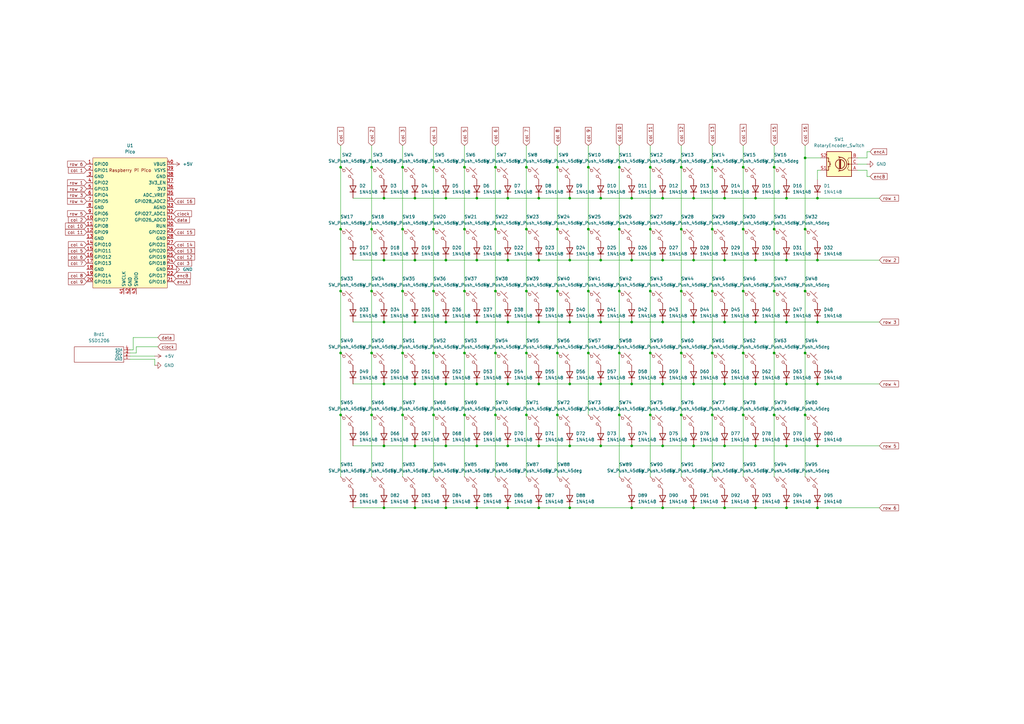
<source format=kicad_sch>
(kicad_sch (version 20231120) (generator "eeschema") (generator_version "8.0")
  (paper "A3")
  (junction (at 139.7 144.78))
  (junction (at 182.88 81.28))
  (junction (at 215.9 119.38))
  (junction (at 157.48 182.88))
  (junction (at 304.8 170.18))
  (junction (at 271.78 182.88))
  (junction (at 152.4 119.38))
  (junction (at 266.7 119.38))
  (junction (at 233.68 132.08))
  (junction (at 195.58 182.88))
  (junction (at 279.4 93.98))
  (junction (at 182.88 106.68))
  (junction (at 190.5 170.18))
  (junction (at 266.7 68.58))
  (junction (at 170.18 132.08))
  (junction (at 195.58 157.48))
  (junction (at 220.98 106.68))
  (junction (at 304.8 144.78))
  (junction (at 304.8 68.58))
  (junction (at 284.48 182.88))
  (junction (at 208.28 106.68))
  (junction (at 165.1 144.78))
  (junction (at 195.58 81.28))
  (junction (at 335.28 157.48))
  (junction (at 177.8 93.98))
  (junction (at 309.88 132.08))
  (junction (at 203.2 170.18))
  (junction (at 292.1 68.58))
  (junction (at 195.58 106.68))
  (junction (at 215.9 93.98))
  (junction (at 317.5 68.58))
  (junction (at 317.5 170.18))
  (junction (at 292.1 170.18))
  (junction (at 335.28 208.28))
  (junction (at 165.1 93.98))
  (junction (at 182.88 132.08))
  (junction (at 152.4 170.18))
  (junction (at 170.18 182.88))
  (junction (at 220.98 157.48))
  (junction (at 190.5 93.98))
  (junction (at 157.48 106.68))
  (junction (at 279.4 119.38))
  (junction (at 279.4 68.58))
  (junction (at 335.28 81.28))
  (junction (at 284.48 81.28))
  (junction (at 208.28 182.88))
  (junction (at 203.2 93.98))
  (junction (at 322.58 132.08))
  (junction (at 170.18 106.68))
  (junction (at 203.2 68.58))
  (junction (at 322.58 182.88))
  (junction (at 233.68 157.48))
  (junction (at 195.58 208.28))
  (junction (at 279.4 144.78))
  (junction (at 241.3 68.58))
  (junction (at 335.28 106.68))
  (junction (at 157.48 81.28))
  (junction (at 190.5 119.38))
  (junction (at 152.4 93.98))
  (junction (at 322.58 106.68))
  (junction (at 266.7 144.78))
  (junction (at 317.5 144.78))
  (junction (at 208.28 157.48))
  (junction (at 259.08 132.08))
  (junction (at 259.08 208.28))
  (junction (at 220.98 208.28))
  (junction (at 309.88 81.28))
  (junction (at 190.5 68.58))
  (junction (at 215.9 68.58))
  (junction (at 309.88 157.48))
  (junction (at 177.8 119.38))
  (junction (at 266.7 93.98))
  (junction (at 271.78 157.48))
  (junction (at 317.5 119.38))
  (junction (at 165.1 170.18))
  (junction (at 139.7 68.58))
  (junction (at 246.38 132.08))
  (junction (at 233.68 81.28))
  (junction (at 259.08 81.28))
  (junction (at 208.28 132.08))
  (junction (at 292.1 119.38))
  (junction (at 246.38 157.48))
  (junction (at 190.5 144.78))
  (junction (at 233.68 106.68))
  (junction (at 297.18 208.28))
  (junction (at 279.4 170.18))
  (junction (at 271.78 208.28))
  (junction (at 170.18 81.28))
  (junction (at 271.78 106.68))
  (junction (at 195.58 132.08))
  (junction (at 266.7 170.18))
  (junction (at 330.2 64.77))
  (junction (at 203.2 119.38))
  (junction (at 233.68 208.28))
  (junction (at 246.38 106.68))
  (junction (at 284.48 157.48))
  (junction (at 228.6 68.58))
  (junction (at 259.08 157.48))
  (junction (at 152.4 144.78))
  (junction (at 304.8 119.38))
  (junction (at 271.78 81.28))
  (junction (at 152.4 68.58))
  (junction (at 297.18 81.28))
  (junction (at 304.8 93.98))
  (junction (at 297.18 182.88))
  (junction (at 228.6 144.78))
  (junction (at 271.78 132.08))
  (junction (at 139.7 119.38))
  (junction (at 284.48 208.28))
  (junction (at 215.9 170.18))
  (junction (at 139.7 93.98))
  (junction (at 254 144.78))
  (junction (at 284.48 106.68))
  (junction (at 208.28 81.28))
  (junction (at 292.1 93.98))
  (junction (at 309.88 208.28))
  (junction (at 322.58 208.28))
  (junction (at 297.18 157.48))
  (junction (at 335.28 132.08))
  (junction (at 177.8 170.18))
  (junction (at 203.2 144.78))
  (junction (at 170.18 157.48))
  (junction (at 297.18 132.08))
  (junction (at 157.48 208.28))
  (junction (at 182.88 208.28))
  (junction (at 182.88 182.88))
  (junction (at 177.8 144.78))
  (junction (at 241.3 119.38))
  (junction (at 220.98 182.88))
  (junction (at 165.1 119.38))
  (junction (at 228.6 170.18))
  (junction (at 254 170.18))
  (junction (at 335.28 182.88))
  (junction (at 215.9 144.78))
  (junction (at 208.28 208.28))
  (junction (at 177.8 68.58))
  (junction (at 284.48 132.08))
  (junction (at 228.6 119.38))
  (junction (at 241.3 93.98))
  (junction (at 330.2 119.38))
  (junction (at 170.18 208.28))
  (junction (at 157.48 132.08))
  (junction (at 165.1 68.58))
  (junction (at 228.6 93.98))
  (junction (at 322.58 157.48))
  (junction (at 157.48 157.48))
  (junction (at 220.98 81.28))
  (junction (at 182.88 157.48))
  (junction (at 220.98 132.08))
  (junction (at 254 119.38))
  (junction (at 322.58 81.28))
  (junction (at 254 93.98))
  (junction (at 330.2 93.98))
  (junction (at 241.3 144.78))
  (junction (at 330.2 170.18))
  (junction (at 292.1 144.78))
  (junction (at 233.68 182.88))
  (junction (at 297.18 106.68))
  (junction (at 330.2 144.78))
  (junction (at 254 68.58))
  (junction (at 309.88 106.68))
  (junction (at 317.5 93.98))
  (junction (at 259.08 182.88))
  (junction (at 259.08 106.68))
  (junction (at 246.38 81.28))
  (junction (at 139.7 170.18))
  (junction (at 309.88 182.88))
  (junction (at 246.38 182.88))
  (wire (pts (xy 220.98 81.28) (xy 233.68 81.28)))
  (wire (pts (xy 215.9 93.98) (xy 215.9 119.38)))
  (wire (pts (xy 355.6 72.39) (xy 355.6 69.85)))
  (wire (pts (xy 203.2 144.78) (xy 203.2 170.18)))
  (wire (pts (xy 336.55 69.85) (xy 335.28 69.85)))
  (wire (pts (xy 322.58 106.68) (xy 335.28 106.68)))
  (wire (pts (xy 144.78 106.68) (xy 157.48 106.68)))
  (wire (pts (xy 335.28 208.28) (xy 360.68 208.28)))
  (wire (pts (xy 335.28 157.48) (xy 360.68 157.48)))
  (wire (pts (xy 170.18 81.28) (xy 182.88 81.28)))
  (wire (pts (xy 165.1 93.98) (xy 165.1 119.38)))
  (wire (pts (xy 317.5 93.98) (xy 317.5 119.38)))
  (wire (pts (xy 215.9 170.18) (xy 215.9 195.58)))
  (wire (pts (xy 152.4 68.58) (xy 152.4 93.98)))
  (wire (pts (xy 297.18 132.08) (xy 309.88 132.08)))
  (wire (pts (xy 297.18 157.48) (xy 309.88 157.48)))
  (wire (pts (xy 330.2 64.77) (xy 330.2 93.98)))
  (wire (pts (xy 203.2 93.98) (xy 203.2 119.38)))
  (wire (pts (xy 292.1 170.18) (xy 292.1 195.58)))
  (wire (pts (xy 309.88 208.28) (xy 322.58 208.28)))
  (wire (pts (xy 309.88 106.68) (xy 322.58 106.68)))
  (wire (pts (xy 182.88 132.08) (xy 195.58 132.08)))
  (wire (pts (xy 208.28 157.48) (xy 220.98 157.48)))
  (wire (pts (xy 233.68 208.28) (xy 259.08 208.28)))
  (wire (pts (xy 233.68 157.48) (xy 246.38 157.48)))
  (wire (pts (xy 157.48 81.28) (xy 170.18 81.28)))
  (wire (pts (xy 309.88 157.48) (xy 322.58 157.48)))
  (wire (pts (xy 271.78 81.28) (xy 284.48 81.28)))
  (wire (pts (xy 177.8 119.38) (xy 177.8 144.78)))
  (wire (pts (xy 139.7 170.18) (xy 139.7 195.58)))
  (wire (pts (xy 157.48 132.08) (xy 170.18 132.08)))
  (wire (pts (xy 190.5 144.78) (xy 190.5 170.18)))
  (wire (pts (xy 259.08 106.68) (xy 271.78 106.68)))
  (wire (pts (xy 279.4 59.69) (xy 279.4 68.58)))
  (wire (pts (xy 215.9 119.38) (xy 215.9 144.78)))
  (wire (pts (xy 170.18 106.68) (xy 182.88 106.68)))
  (wire (pts (xy 139.7 93.98) (xy 139.7 119.38)))
  (wire (pts (xy 322.58 182.88) (xy 335.28 182.88)))
  (wire (pts (xy 246.38 157.48) (xy 259.08 157.48)))
  (wire (pts (xy 335.28 69.85) (xy 335.28 73.66)))
  (wire (pts (xy 190.5 119.38) (xy 190.5 144.78)))
  (wire (pts (xy 330.2 119.38) (xy 330.2 144.78)))
  (wire (pts (xy 152.4 144.78) (xy 152.4 170.18)))
  (wire (pts (xy 228.6 170.18) (xy 228.6 195.58)))
  (wire (pts (xy 246.38 81.28) (xy 259.08 81.28)))
  (wire (pts (xy 54.61 143.51) (xy 53.34 143.51)))
  (wire (pts (xy 220.98 157.48) (xy 233.68 157.48)))
  (wire (pts (xy 208.28 106.68) (xy 220.98 106.68)))
  (wire (pts (xy 330.2 59.69) (xy 330.2 64.77)))
  (wire (pts (xy 170.18 208.28) (xy 182.88 208.28)))
  (wire (pts (xy 292.1 68.58) (xy 292.1 93.98)))
  (wire (pts (xy 203.2 59.69) (xy 203.2 68.58)))
  (wire (pts (xy 182.88 182.88) (xy 195.58 182.88)))
  (wire (pts (xy 190.5 59.69) (xy 190.5 68.58)))
  (wire (pts (xy 266.7 93.98) (xy 266.7 119.38)))
  (wire (pts (xy 271.78 208.28) (xy 284.48 208.28)))
  (wire (pts (xy 63.5 146.05) (xy 53.34 146.05)))
  (wire (pts (xy 304.8 170.18) (xy 304.8 195.58)))
  (wire (pts (xy 266.7 68.58) (xy 266.7 93.98)))
  (wire (pts (xy 139.7 119.38) (xy 139.7 144.78)))
  (wire (pts (xy 271.78 106.68) (xy 284.48 106.68)))
  (wire (pts (xy 195.58 81.28) (xy 208.28 81.28)))
  (wire (pts (xy 182.88 106.68) (xy 195.58 106.68)))
  (wire (pts (xy 220.98 106.68) (xy 233.68 106.68)))
  (wire (pts (xy 254 59.69) (xy 254 68.58)))
  (wire (pts (xy 215.9 144.78) (xy 215.9 170.18)))
  (wire (pts (xy 271.78 132.08) (xy 284.48 132.08)))
  (wire (pts (xy 266.7 144.78) (xy 266.7 170.18)))
  (wire (pts (xy 203.2 119.38) (xy 203.2 144.78)))
  (wire (pts (xy 228.6 59.69) (xy 228.6 68.58)))
  (wire (pts (xy 284.48 157.48) (xy 297.18 157.48)))
  (wire (pts (xy 64.77 142.24) (xy 55.88 142.24)))
  (wire (pts (xy 284.48 106.68) (xy 297.18 106.68)))
  (wire (pts (xy 297.18 81.28) (xy 309.88 81.28)))
  (wire (pts (xy 208.28 182.88) (xy 220.98 182.88)))
  (wire (pts (xy 254 144.78) (xy 254 170.18)))
  (wire (pts (xy 190.5 68.58) (xy 190.5 93.98)))
  (wire (pts (xy 233.68 132.08) (xy 246.38 132.08)))
  (wire (pts (xy 165.1 144.78) (xy 165.1 170.18)))
  (wire (pts (xy 152.4 119.38) (xy 152.4 144.78)))
  (wire (pts (xy 335.28 132.08) (xy 360.68 132.08)))
  (wire (pts (xy 63.5 149.86) (xy 63.5 147.32)))
  (wire (pts (xy 208.28 132.08) (xy 220.98 132.08)))
  (wire (pts (xy 233.68 182.88) (xy 246.38 182.88)))
  (wire (pts (xy 317.5 170.18) (xy 317.5 195.58)))
  (wire (pts (xy 170.18 182.88) (xy 182.88 182.88)))
  (wire (pts (xy 279.4 119.38) (xy 279.4 144.78)))
  (wire (pts (xy 241.3 68.58) (xy 241.3 93.98)))
  (wire (pts (xy 330.2 93.98) (xy 330.2 119.38)))
  (wire (pts (xy 63.5 147.32) (xy 53.34 147.32)))
  (wire (pts (xy 182.88 208.28) (xy 195.58 208.28)))
  (wire (pts (xy 330.2 170.18) (xy 330.2 195.58)))
  (wire (pts (xy 309.88 132.08) (xy 322.58 132.08)))
  (wire (pts (xy 220.98 182.88) (xy 233.68 182.88)))
  (wire (pts (xy 208.28 81.28) (xy 220.98 81.28)))
  (wire (pts (xy 297.18 182.88) (xy 309.88 182.88)))
  (wire (pts (xy 254 93.98) (xy 254 119.38)))
  (wire (pts (xy 190.5 93.98) (xy 190.5 119.38)))
  (wire (pts (xy 330.2 144.78) (xy 330.2 170.18)))
  (wire (pts (xy 292.1 119.38) (xy 292.1 144.78)))
  (wire (pts (xy 195.58 208.28) (xy 208.28 208.28)))
  (wire (pts (xy 55.88 142.24) (xy 55.88 144.78)))
  (wire (pts (xy 139.7 59.69) (xy 139.7 68.58)))
  (wire (pts (xy 177.8 93.98) (xy 177.8 119.38)))
  (wire (pts (xy 355.6 64.77) (xy 351.79 64.77)))
  (wire (pts (xy 246.38 132.08) (xy 259.08 132.08)))
  (wire (pts (xy 165.1 119.38) (xy 165.1 144.78)))
  (wire (pts (xy 254 119.38) (xy 254 144.78)))
  (wire (pts (xy 190.5 170.18) (xy 190.5 195.58)))
  (wire (pts (xy 241.3 93.98) (xy 241.3 119.38)))
  (wire (pts (xy 215.9 68.58) (xy 215.9 93.98)))
  (wire (pts (xy 266.7 119.38) (xy 266.7 144.78)))
  (wire (pts (xy 322.58 132.08) (xy 335.28 132.08)))
  (wire (pts (xy 144.78 182.88) (xy 157.48 182.88)))
  (wire (pts (xy 241.3 59.69) (xy 241.3 68.58)))
  (wire (pts (xy 215.9 59.69) (xy 215.9 68.58)))
  (wire (pts (xy 152.4 93.98) (xy 152.4 119.38)))
  (wire (pts (xy 228.6 68.58) (xy 228.6 93.98)))
  (wire (pts (xy 355.6 67.31) (xy 351.79 67.31)))
  (wire (pts (xy 152.4 59.69) (xy 152.4 68.58)))
  (wire (pts (xy 195.58 132.08) (xy 208.28 132.08)))
  (wire (pts (xy 55.88 144.78) (xy 53.34 144.78)))
  (wire (pts (xy 266.7 170.18) (xy 266.7 195.58)))
  (wire (pts (xy 259.08 81.28) (xy 271.78 81.28)))
  (wire (pts (xy 297.18 106.68) (xy 309.88 106.68)))
  (wire (pts (xy 195.58 182.88) (xy 208.28 182.88)))
  (wire (pts (xy 165.1 59.69) (xy 165.1 68.58)))
  (wire (pts (xy 144.78 81.28) (xy 157.48 81.28)))
  (wire (pts (xy 292.1 59.69) (xy 292.1 68.58)))
  (wire (pts (xy 330.2 64.77) (xy 336.55 64.77)))
  (wire (pts (xy 144.78 208.28) (xy 157.48 208.28)))
  (wire (pts (xy 195.58 106.68) (xy 208.28 106.68)))
  (wire (pts (xy 170.18 157.48) (xy 182.88 157.48)))
  (wire (pts (xy 157.48 182.88) (xy 170.18 182.88)))
  (wire (pts (xy 356.87 62.23) (xy 355.6 62.23)))
  (wire (pts (xy 177.8 170.18) (xy 177.8 195.58)))
  (wire (pts (xy 322.58 208.28) (xy 335.28 208.28)))
  (wire (pts (xy 220.98 208.28) (xy 233.68 208.28)))
  (wire (pts (xy 177.8 144.78) (xy 177.8 170.18)))
  (wire (pts (xy 64.77 138.43) (xy 54.61 138.43)))
  (wire (pts (xy 317.5 144.78) (xy 317.5 170.18)))
  (wire (pts (xy 304.8 68.58) (xy 304.8 93.98)))
  (wire (pts (xy 228.6 119.38) (xy 228.6 144.78)))
  (wire (pts (xy 139.7 68.58) (xy 139.7 93.98)))
  (wire (pts (xy 355.6 69.85) (xy 351.79 69.85)))
  (wire (pts (xy 157.48 157.48) (xy 170.18 157.48)))
  (wire (pts (xy 322.58 81.28) (xy 335.28 81.28)))
  (wire (pts (xy 279.4 170.18) (xy 279.4 195.58)))
  (wire (pts (xy 284.48 182.88) (xy 297.18 182.88)))
  (wire (pts (xy 317.5 119.38) (xy 317.5 144.78)))
  (wire (pts (xy 203.2 68.58) (xy 203.2 93.98)))
  (wire (pts (xy 284.48 208.28) (xy 297.18 208.28)))
  (wire (pts (xy 317.5 68.58) (xy 317.5 93.98)))
  (wire (pts (xy 152.4 170.18) (xy 152.4 195.58)))
  (wire (pts (xy 177.8 59.69) (xy 177.8 68.58)))
  (wire (pts (xy 259.08 132.08) (xy 271.78 132.08)))
  (wire (pts (xy 246.38 106.68) (xy 259.08 106.68)))
  (wire (pts (xy 284.48 81.28) (xy 297.18 81.28)))
  (wire (pts (xy 335.28 182.88) (xy 360.68 182.88)))
  (wire (pts (xy 208.28 208.28) (xy 220.98 208.28)))
  (wire (pts (xy 271.78 157.48) (xy 284.48 157.48)))
  (wire (pts (xy 284.48 132.08) (xy 297.18 132.08)))
  (wire (pts (xy 322.58 157.48) (xy 335.28 157.48)))
  (wire (pts (xy 292.1 93.98) (xy 292.1 119.38)))
  (wire (pts (xy 304.8 119.38) (xy 304.8 144.78)))
  (wire (pts (xy 266.7 59.69) (xy 266.7 68.58)))
  (wire (pts (xy 297.18 208.28) (xy 309.88 208.28)))
  (wire (pts (xy 233.68 106.68) (xy 246.38 106.68)))
  (wire (pts (xy 335.28 81.28) (xy 360.68 81.28)))
  (wire (pts (xy 259.08 182.88) (xy 271.78 182.88)))
  (wire (pts (xy 259.08 208.28) (xy 271.78 208.28)))
  (wire (pts (xy 157.48 106.68) (xy 170.18 106.68)))
  (wire (pts (xy 182.88 81.28) (xy 195.58 81.28)))
  (wire (pts (xy 304.8 59.69) (xy 304.8 68.58)))
  (wire (pts (xy 228.6 93.98) (xy 228.6 119.38)))
  (wire (pts (xy 279.4 93.98) (xy 279.4 119.38)))
  (wire (pts (xy 355.6 62.23) (xy 355.6 64.77)))
  (wire (pts (xy 356.87 72.39) (xy 355.6 72.39)))
  (wire (pts (xy 182.88 157.48) (xy 195.58 157.48)))
  (wire (pts (xy 165.1 68.58) (xy 165.1 93.98)))
  (wire (pts (xy 177.8 68.58) (xy 177.8 93.98)))
  (wire (pts (xy 165.1 170.18) (xy 165.1 195.58)))
  (wire (pts (xy 157.48 208.28) (xy 170.18 208.28)))
  (wire (pts (xy 271.78 182.88) (xy 284.48 182.88)))
  (wire (pts (xy 246.38 182.88) (xy 259.08 182.88)))
  (wire (pts (xy 292.1 144.78) (xy 292.1 170.18)))
  (wire (pts (xy 279.4 144.78) (xy 279.4 170.18)))
  (wire (pts (xy 241.3 119.38) (xy 241.3 144.78)))
  (wire (pts (xy 304.8 93.98) (xy 304.8 119.38)))
  (wire (pts (xy 170.18 132.08) (xy 182.88 132.08)))
  (wire (pts (xy 241.3 144.78) (xy 241.3 170.18)))
  (wire (pts (xy 309.88 81.28) (xy 322.58 81.28)))
  (wire (pts (xy 304.8 144.78) (xy 304.8 170.18)))
  (wire (pts (xy 259.08 157.48) (xy 271.78 157.48)))
  (wire (pts (xy 144.78 132.08) (xy 157.48 132.08)))
  (wire (pts (xy 220.98 132.08) (xy 233.68 132.08)))
  (wire (pts (xy 254 68.58) (xy 254 93.98)))
  (wire (pts (xy 228.6 144.78) (xy 228.6 170.18)))
  (wire (pts (xy 203.2 170.18) (xy 203.2 195.58)))
  (wire (pts (xy 54.61 138.43) (xy 54.61 143.51)))
  (wire (pts (xy 254 170.18) (xy 254 195.58)))
  (wire (pts (xy 195.58 157.48) (xy 208.28 157.48)))
  (wire (pts (xy 279.4 68.58) (xy 279.4 93.98)))
  (wire (pts (xy 233.68 81.28) (xy 246.38 81.28)))
  (wire (pts (xy 317.5 59.69) (xy 317.5 68.58)))
  (wire (pts (xy 309.88 182.88) (xy 322.58 182.88)))
  (wire (pts (xy 335.28 106.68) (xy 360.68 106.68)))
  (wire (pts (xy 144.78 157.48) (xy 157.48 157.48)))
  (wire (pts (xy 139.7 144.78) (xy 139.7 170.18)))
  (global_label "row 2" (shape input) (at 35.56 77.47 180) (property "Intersheetrefs" "${INTERSHEET_REFS}" (effects (hide yes))))
  (global_label "col 16" (shape input) (at 71.12 82.55 0) (property "Intersheetrefs" "${INTERSHEET_REFS}" (effects (hide yes))))
  (global_label "data" (shape input) (at 64.77 138.43 0) (property "Intersheetrefs" "${INTERSHEET_REFS}" (effects (hide yes))))
  (global_label "row 2" (shape input) (at 360.68 106.68 0) (property "Intersheetrefs" "${INTERSHEET_REFS}" (effects (hide yes))))
  (global_label "col 5" (shape input) (at 35.56 102.87 180) (property "Intersheetrefs" "${INTERSHEET_REFS}" (effects (hide yes))))
  (global_label "col 9" (shape input) (at 241.3 59.69 90) (property "Intersheetrefs" "${INTERSHEET_REFS}" (effects (hide yes))))
  (global_label "col 16" (shape input) (at 330.2 59.69 90) (property "Intersheetrefs" "${INTERSHEET_REFS}" (effects (hide yes))))
  (global_label "encA" (shape input) (at 356.87 62.23 0) (property "Intersheetrefs" "${INTERSHEET_REFS}" (effects (hide yes))))
  (global_label "row 6" (shape input) (at 360.68 208.28 0) (property "Intersheetrefs" "${INTERSHEET_REFS}" (effects (hide yes))))
  (global_label "data" (shape input) (at 71.12 90.17 0) (property "Intersheetrefs" "${INTERSHEET_REFS}" (effects (hide yes))))
  (global_label "row 1" (shape input) (at 35.56 74.93 180) (property "Intersheetrefs" "${INTERSHEET_REFS}" (effects (hide yes))))
  (global_label "row 3" (shape input) (at 360.68 132.08 0) (property "Intersheetrefs" "${INTERSHEET_REFS}" (effects (hide yes))))
  (global_label "col 6" (shape input) (at 35.56 105.41 180) (property "Intersheetrefs" "${INTERSHEET_REFS}" (effects (hide yes))))
  (global_label "row 6" (shape input) (at 35.56 67.31 180) (property "Intersheetrefs" "${INTERSHEET_REFS}" (effects (hide yes))))
  (global_label "col 1" (shape input) (at 35.56 69.85 180) (property "Intersheetrefs" "${INTERSHEET_REFS}" (effects (hide yes))))
  (global_label "col 3" (shape input) (at 71.12 107.95 0) (property "Intersheetrefs" "${INTERSHEET_REFS}" (effects (hide yes))))
  (global_label "col 14" (shape input) (at 71.12 100.33 0) (property "Intersheetrefs" "${INTERSHEET_REFS}" (effects (hide yes))))
  (global_label "col 2" (shape input) (at 35.56 90.17 180) (property "Intersheetrefs" "${INTERSHEET_REFS}" (effects (hide yes))))
  (global_label "col 15" (shape input) (at 317.5 59.69 90) (property "Intersheetrefs" "${INTERSHEET_REFS}" (effects (hide yes))))
  (global_label "col 11" (shape input) (at 266.7 59.69 90) (property "Intersheetrefs" "${INTERSHEET_REFS}" (effects (hide yes))))
  (global_label "col 7" (shape input) (at 35.56 107.95 180) (property "Intersheetrefs" "${INTERSHEET_REFS}" (effects (hide yes))))
  (global_label "col 15" (shape input) (at 71.12 95.25 0) (property "Intersheetrefs" "${INTERSHEET_REFS}" (effects (hide yes))))
  (global_label "col 8" (shape input) (at 35.56 113.03 180) (property "Intersheetrefs" "${INTERSHEET_REFS}" (effects (hide yes))))
  (global_label "col 6" (shape input) (at 203.2 59.69 90) (property "Intersheetrefs" "${INTERSHEET_REFS}" (effects (hide yes))))
  (global_label "col 10" (shape input) (at 35.56 92.71 180) (property "Intersheetrefs" "${INTERSHEET_REFS}" (effects (hide yes))))
  (global_label "col 4" (shape input) (at 177.8 59.69 90) (property "Intersheetrefs" "${INTERSHEET_REFS}" (effects (hide yes))))
  (global_label "row 4" (shape input) (at 360.68 157.48 0) (property "Intersheetrefs" "${INTERSHEET_REFS}" (effects (hide yes))))
  (global_label "col 12" (shape input) (at 279.4 59.69 90) (property "Intersheetrefs" "${INTERSHEET_REFS}" (effects (hide yes))))
  (global_label "encA" (shape input) (at 71.12 115.57 0) (property "Intersheetrefs" "${INTERSHEET_REFS}" (effects (hide yes))))
  (global_label "col 13" (shape input) (at 71.12 102.87 0) (property "Intersheetrefs" "${INTERSHEET_REFS}" (effects (hide yes))))
  (global_label "col 5" (shape input) (at 190.5 59.69 90) (property "Intersheetrefs" "${INTERSHEET_REFS}" (effects (hide yes))))
  (global_label "col 1" (shape input) (at 139.7 59.69 90) (property "Intersheetrefs" "${INTERSHEET_REFS}" (effects (hide yes))))
  (global_label "clock" (shape input) (at 71.12 87.63 0) (property "Intersheetrefs" "${INTERSHEET_REFS}" (effects (hide yes))))
  (global_label "row 5" (shape input) (at 360.68 182.88 0) (property "Intersheetrefs" "${INTERSHEET_REFS}" (effects (hide yes))))
  (global_label "encB" (shape input) (at 71.12 113.03 0) (property "Intersheetrefs" "${INTERSHEET_REFS}" (effects (hide yes))))
  (global_label "col 2" (shape input) (at 152.4 59.69 90) (property "Intersheetrefs" "${INTERSHEET_REFS}" (effects (hide yes))))
  (global_label "col 12" (shape input) (at 71.12 105.41 0) (property "Intersheetrefs" "${INTERSHEET_REFS}" (effects (hide yes))))
  (global_label "col 13" (shape input) (at 292.1 59.69 90) (property "Intersheetrefs" "${INTERSHEET_REFS}" (effects (hide yes))))
  (global_label "col 7" (shape input) (at 215.9 59.69 90) (property "Intersheetrefs" "${INTERSHEET_REFS}" (effects (hide yes))))
  (global_label "row 4" (shape input) (at 35.56 82.55 180) (property "Intersheetrefs" "${INTERSHEET_REFS}" (effects (hide yes))))
  (global_label "col 10" (shape input) (at 254 59.69 90) (property "Intersheetrefs" "${INTERSHEET_REFS}" (effects (hide yes))))
  (global_label "col 3" (shape input) (at 165.1 59.69 90) (property "Intersheetrefs" "${INTERSHEET_REFS}" (effects (hide yes))))
  (global_label "col 11" (shape input) (at 35.56 95.25 180) (property "Intersheetrefs" "${INTERSHEET_REFS}" (effects (hide yes))))
  (global_label "col 9" (shape input) (at 35.56 115.57 180) (property "Intersheetrefs" "${INTERSHEET_REFS}" (effects (hide yes))))
  (global_label "col 4" (shape input) (at 35.56 100.33 180) (property "Intersheetrefs" "${INTERSHEET_REFS}" (effects (hide yes))))
  (global_label "clock" (shape input) (at 64.77 142.24 0) (property "Intersheetrefs" "${INTERSHEET_REFS}" (effects (hide yes))))
  (global_label "encB" (shape input) (at 356.87 72.39 0) (property "Intersheetrefs" "${INTERSHEET_REFS}" (effects (hide yes))))
  (global_label "row 1" (shape input) (at 360.68 81.28 0) (property "Intersheetrefs" "${INTERSHEET_REFS}" (effects (hide yes))))
  (global_label "row 5" (shape input) (at 35.56 87.63 180) (property "Intersheetrefs" "${INTERSHEET_REFS}" (effects (hide yes))))
  (global_label "col 14" (shape input) (at 304.8 59.69 90) (property "Intersheetrefs" "${INTERSHEET_REFS}" (effects (hide yes))))
  (global_label "col 8" (shape input) (at 228.6 59.69 90) (property "Intersheetrefs" "${INTERSHEET_REFS}" (effects (hide yes))))
  (global_label "row 3" (shape input) (at 35.56 80.01 180) (property "Intersheetrefs" "${INTERSHEET_REFS}" (effects (hide yes))))
  (symbol (lib_id "Switch:SW_Push_45deg") (at 167.64 147.32 0) (unit 1)
    (property "Reference" "SW51" (at 167.64 139.7 0))
    (property "Value" "SW_Push_45deg" (at 167.64 142.24 0))
    (property "Footprint" "Button_Switch_Keyboard:SW_Cherry_MX_2.00u_Vertical_PCB" (effects (hide yes)))
    (property "Description" "Push button switch, normally open, two pins, 45° tilted" (effects (hide yes)))
  )
  (symbol (lib_id "MCU_RaspberryPi_and_Boards:Pico") (at 53.34 91.44 0) (unit 1)
    (property "Reference" "U1" (at 53.34 59.69 0))
    (property "Value" "Pico" (at 53.34 62.23 0))
    (property "Footprint" "Module:RaspberryPi_Pico_Common_THT" (effects (hide yes)))
  )
  (symbol (lib_id "Switch:SW_Push_45deg") (at 167.64 121.92 0) (unit 1)
    (property "Reference" "SW35" (at 167.64 114.3 0))
    (property "Value" "SW_Push_45deg" (at 167.64 116.84 0))
    (property "Footprint" "Button_Switch_Keyboard:SW_Cherry_MX_1.50u_PCB" (effects (hide yes)))
    (property "Description" "Push button switch, normally open, two pins, 45° tilted" (effects (hide yes)))
  )
  (symbol (lib_id "Switch:SW_Push_45deg") (at 231.14 96.52 0) (unit 1)
    (property "Reference" "SW24" (at 231.14 88.9 0))
    (property "Value" "SW_Push_45deg" (at 231.14 91.44 0))
    (property "Footprint" "Button_Switch_Keyboard:SW_Cherry_MX_1.00u_PCB" (effects (hide yes)))
    (property "Description" "Push button switch, normally open, two pins, 45° tilted" (effects (hide yes)))
  )
  (symbol (lib_id "Switch:SW_Push_45deg") (at 256.54 121.92 0) (unit 1)
    (property "Reference" "SW42" (at 256.54 114.3 0))
    (property "Value" "SW_Push_45deg" (at 256.54 116.84 0))
    (property "Footprint" "Button_Switch_Keyboard:SW_Cherry_MX_1.00u_PCB" (effects (hide yes)))
    (property "Description" "Push button switch, normally open, two pins, 45° tilted" (effects (hide yes)))
  )
  (symbol (lib_id "Switch:SW_Push_45deg") (at 180.34 147.32 0) (unit 1)
    (property "Reference" "SW52" (at 180.34 139.7 0))
    (property "Value" "SW_Push_45deg" (at 180.34 142.24 0))
    (property "Footprint" "Button_Switch_Keyboard:SW_Cherry_MX_1.75u_PCB" (effects (hide yes)))
    (property "Description" "Push button switch, normally open, two pins, 45° tilted" (effects (hide yes)))
  )
  (symbol (lib_id "Diode:1N4148") (at 297.18 204.47 90) (unit 1)
    (property "Reference" "D92" (at 299.72 203.1999 90) (effects (justify right)))
    (property "Value" "1N4148" (at 299.72 205.7399 90) (effects (justify right)))
    (property "Footprint" "Diode_SMD:D_SOD-123" (effects (hide yes)))
    (property "Datasheet" "https://assets.nexperia.com/documents/data-sheet/1N4148_1N4448.pdf" (effects (hide yes)))
    (property "Description" "100V 0.15A standard switching diode, DO-35" (effects (hide yes)))
    (property "Sim.Device" "D" (effects (hide yes)))
    (property "Sim.Pins" "1=K 2=A" (effects (hide yes)))
  )
  (symbol (lib_id "Switch:SW_Push_45deg") (at 154.94 96.52 0) (unit 1)
    (property "Reference" "SW18" (at 154.94 88.9 0))
    (property "Value" "SW_Push_45deg" (at 154.94 91.44 0))
    (property "Footprint" "Button_Switch_Keyboard:SW_Cherry_MX_1.00u_PCB" (effects (hide yes)))
    (property "Description" "Push button switch, normally open, two pins, 45° tilted" (effects (hide yes)))
  )
  (symbol (lib_id "Diode:1N4148") (at 144.78 77.47 90) (unit 1)
    (property "Reference" "D2" (at 147.32 76.1999 90) (effects (justify right)))
    (property "Value" "1N4148" (at 147.32 78.7399 90) (effects (justify right)))
    (property "Footprint" "Diode_SMD:D_SOD-123" (effects (hide yes)))
    (property "Datasheet" "https://assets.nexperia.com/documents/data-sheet/1N4148_1N4448.pdf" (effects (hide yes)))
    (property "Description" "100V 0.15A standard switching diode, DO-35" (effects (hide yes)))
    (property "Sim.Device" "D" (effects (hide yes)))
    (property "Sim.Pins" "1=K 2=A" (effects (hide yes)))
  )
  (symbol (lib_id "Diode:1N4148") (at 233.68 77.47 90) (unit 1)
    (property "Reference" "D9" (at 236.22 76.1999 90) (effects (justify right)))
    (property "Value" "1N4148" (at 236.22 78.7399 90) (effects (justify right)))
    (property "Footprint" "Diode_SMD:D_SOD-123" (effects (hide yes)))
    (property "Datasheet" "https://assets.nexperia.com/documents/data-sheet/1N4148_1N4448.pdf" (effects (hide yes)))
    (property "Description" "100V 0.15A standard switching diode, DO-35" (effects (hide yes)))
    (property "Sim.Device" "D" (effects (hide yes)))
    (property "Sim.Pins" "1=K 2=A" (effects (hide yes)))
  )
  (symbol (lib_id "Diode:1N4148") (at 335.28 128.27 90) (unit 1)
    (property "Reference" "D48" (at 337.82 126.9999 90) (effects (justify right)))
    (property "Value" "1N4148" (at 337.82 129.5399 90) (effects (justify right)))
    (property "Footprint" "Diode_SMD:D_SOD-123" (effects (hide yes)))
    (property "Datasheet" "https://assets.nexperia.com/documents/data-sheet/1N4148_1N4448.pdf" (effects (hide yes)))
    (property "Description" "100V 0.15A standard switching diode, DO-35" (effects (hide yes)))
    (property "Sim.Device" "D" (effects (hide yes)))
    (property "Sim.Pins" "1=K 2=A" (effects (hide yes)))
  )
  (symbol (lib_id "Diode:1N4148") (at 170.18 102.87 90) (unit 1)
    (property "Reference" "D19" (at 172.72 101.5999 90) (effects (justify right)))
    (property "Value" "1N4148" (at 172.72 104.1399 90) (effects (justify right)))
    (property "Footprint" "Diode_SMD:D_SOD-123" (effects (hide yes)))
    (property "Datasheet" "https://assets.nexperia.com/documents/data-sheet/1N4148_1N4448.pdf" (effects (hide yes)))
    (property "Description" "100V 0.15A standard switching diode, DO-35" (effects (hide yes)))
    (property "Sim.Device" "D" (effects (hide yes)))
    (property "Sim.Pins" "1=K 2=A" (effects (hide yes)))
  )
  (symbol (lib_id "Diode:1N4148") (at 246.38 153.67 90) (unit 1)
    (property "Reference" "D57" (at 248.92 152.3999 90) (effects (justify right)))
    (property "Value" "1N4148" (at 248.92 154.9399 90) (effects (justify right)))
    (property "Footprint" "Diode_SMD:D_SOD-123" (effects (hide yes)))
    (property "Datasheet" "https://assets.nexperia.com/documents/data-sheet/1N4148_1N4448.pdf" (effects (hide yes)))
    (property "Description" "100V 0.15A standard switching diode, DO-35" (effects (hide yes)))
    (property "Sim.Device" "D" (effects (hide yes)))
    (property "Sim.Pins" "1=K 2=A" (effects (hide yes)))
  )
  (symbol (lib_id "Switch:SW_Push_45deg") (at 320.04 96.52 0) (unit 1)
    (property "Reference" "SW31" (at 320.04 88.9 0))
    (property "Value" "SW_Push_45deg" (at 320.04 91.44 0))
    (property "Footprint" "Button_Switch_Keyboard:SW_Cherry_MX_1.00u_PCB" (effects (hide yes)))
    (property "Description" "Push button switch, normally open, two pins, 45° tilted" (effects (hide yes)))
  )
  (symbol (lib_id "Switch:SW_Push_45deg") (at 332.74 147.32 0) (unit 1)
    (property "Reference" "SW64" (at 332.74 139.7 0))
    (property "Value" "SW_Push_45deg" (at 332.74 142.24 0))
    (property "Footprint" "Button_Switch_Keyboard:SW_Cherry_MX_2.25u_PCB" (effects (hide yes)))
    (property "Description" "Push button switch, normally open, two pins, 45° tilted" (effects (hide yes)))
  )
  (symbol (lib_id "Switch:SW_Push_45deg") (at 320.04 71.12 0) (unit 1)
    (property "Reference" "SW16" (at 320.04 63.5 0))
    (property "Value" "SW_Push_45deg" (at 320.04 66.04 0))
    (property "Footprint" "Button_Switch_Keyboard:SW_Cherry_MX_1.00u_PCB" (effects (hide yes)))
    (property "Description" "Push button switch, normally open, two pins, 45° tilted" (effects (hide yes)))
  )
  (symbol (lib_id "Diode:1N4148") (at 220.98 153.67 90) (unit 1)
    (property "Reference" "D55" (at 223.52 152.3999 90) (effects (justify right)))
    (property "Value" "1N4148" (at 223.52 154.9399 90) (effects (justify right)))
    (property "Footprint" "Diode_SMD:D_SOD-123" (effects (hide yes)))
    (property "Datasheet" "https://assets.nexperia.com/documents/data-sheet/1N4148_1N4448.pdf" (effects (hide yes)))
    (property "Description" "100V 0.15A standard switching diode, DO-35" (effects (hide yes)))
    (property "Sim.Device" "D" (effects (hide yes)))
    (property "Sim.Pins" "1=K 2=A" (effects (hide yes)))
  )
  (symbol (lib_id "Switch:SW_Push_45deg") (at 243.84 172.72 0) (unit 1)
    (property "Reference" "SW73" (at 243.84 165.1 0))
    (property "Value" "SW_Push_45deg" (at 243.84 167.64 0))
    (property "Footprint" "Button_Switch_Keyboard:SW_Cherry_MX_1.00u_PCB" (effects (hide yes)))
    (property "Description" "Push button switch, normally open, two pins, 45° tilted" (effects (hide yes)))
  )
  (symbol (lib_id "Switch:SW_Push_45deg") (at 142.24 172.72 0) (unit 1)
    (property "Reference" "SW65" (at 142.24 165.1 0))
    (property "Value" "SW_Push_45deg" (at 142.24 167.64 0))
    (property "Footprint" "Button_Switch_Keyboard:SW_Cherry_MX_1.00u_PCB" (effects (hide yes)))
    (property "Description" "Push button switch, normally open, two pins, 45° tilted" (effects (hide yes)))
  )
  (symbol (lib_id "Diode:1N4148") (at 220.98 128.27 90) (unit 1)
    (property "Reference" "D39" (at 223.52 126.9999 90) (effects (justify right)))
    (property "Value" "1N4148" (at 223.52 129.5399 90) (effects (justify right)))
    (property "Footprint" "Diode_SMD:D_SOD-123" (effects (hide yes)))
    (property "Datasheet" "https://assets.nexperia.com/documents/data-sheet/1N4148_1N4448.pdf" (effects (hide yes)))
    (property "Description" "100V 0.15A standard switching diode, DO-35" (effects (hide yes)))
    (property "Sim.Device" "D" (effects (hide yes)))
    (property "Sim.Pins" "1=K 2=A" (effects (hide yes)))
  )
  (symbol (lib_id "Switch:SW_Push_45deg") (at 256.54 172.72 0) (unit 1)
    (property "Reference" "SW74" (at 256.54 165.1 0))
    (property "Value" "SW_Push_45deg" (at 256.54 167.64 0))
    (property "Footprint" "Button_Switch_Keyboard:SW_Cherry_MX_1.00u_PCB" (effects (hide yes)))
    (property "Description" "Push button switch, normally open, two pins, 45° tilted" (effects (hide yes)))
  )
  (symbol (lib_id "Diode:1N4148") (at 195.58 128.27 90) (unit 1)
    (property "Reference" "D37" (at 198.12 126.9999 90) (effects (justify right)))
    (property "Value" "1N4148" (at 198.12 129.5399 90) (effects (justify right)))
    (property "Footprint" "Diode_SMD:D_SOD-123" (effects (hide yes)))
    (property "Datasheet" "https://assets.nexperia.com/documents/data-sheet/1N4148_1N4448.pdf" (effects (hide yes)))
    (property "Description" "100V 0.15A standard switching diode, DO-35" (effects (hide yes)))
    (property "Sim.Device" "D" (effects (hide yes)))
    (property "Sim.Pins" "1=K 2=A" (effects (hide yes)))
  )
  (symbol (lib_id "Diode:1N4148") (at 271.78 153.67 90) (unit 1)
    (property "Reference" "D59" (at 274.32 152.3999 90) (effects (justify right)))
    (property "Value" "1N4148" (at 274.32 154.9399 90) (effects (justify right)))
    (property "Footprint" "Diode_SMD:D_SOD-123" (effects (hide yes)))
    (property "Datasheet" "https://assets.nexperia.com/documents/data-sheet/1N4148_1N4448.pdf" (effects (hide yes)))
    (property "Description" "100V 0.15A standard switching diode, DO-35" (effects (hide yes)))
    (property "Sim.Device" "D" (effects (hide yes)))
    (property "Sim.Pins" "1=K 2=A" (effects (hide yes)))
  )
  (symbol (lib_id "Switch:SW_Push_45deg") (at 180.34 96.52 0) (unit 1)
    (property "Reference" "SW20" (at 180.34 88.9 0))
    (property "Value" "SW_Push_45deg" (at 180.34 91.44 0))
    (property "Footprint" "Button_Switch_Keyboard:SW_Cherry_MX_1.00u_PCB" (effects (hide yes)))
    (property "Description" "Push button switch, normally open, two pins, 45° tilted" (effects (hide yes)))
  )
  (symbol (lib_id "Switch:SW_Push_45deg") (at 307.34 96.52 0) (unit 1)
    (property "Reference" "SW30" (at 307.34 88.9 0))
    (property "Value" "SW_Push_45deg" (at 307.34 91.44 0))
    (property "Footprint" "Button_Switch_Keyboard:SW_Cherry_MX_1.00u_PCB" (effects (hide yes)))
    (property "Description" "Push button switch, normally open, two pins, 45° tilted" (effects (hide yes)))
  )
  (symbol (lib_id "Diode:1N4148") (at 297.18 102.87 90) (unit 1)
    (property "Reference" "D29" (at 299.72 101.5999 90) (effects (justify right)))
    (property "Value" "1N4148" (at 299.72 104.1399 90) (effects (justify right)))
    (property "Footprint" "Diode_SMD:D_SOD-123" (effects (hide yes)))
    (property "Datasheet" "https://assets.nexperia.com/documents/data-sheet/1N4148_1N4448.pdf" (effects (hide yes)))
    (property "Description" "100V 0.15A standard switching diode, DO-35" (effects (hide yes)))
    (property "Sim.Device" "D" (effects (hide yes)))
    (property "Sim.Pins" "1=K 2=A" (effects (hide yes)))
  )
  (symbol (lib_id "Diode:1N4148") (at 157.48 153.67 90) (unit 1)
    (property "Reference" "D50" (at 160.02 152.3999 90) (effects (justify right)))
    (property "Value" "1N4148" (at 160.02 154.9399 90) (effects (justify right)))
    (property "Footprint" "Diode_SMD:D_SOD-123" (effects (hide yes)))
    (property "Datasheet" "https://assets.nexperia.com/documents/data-sheet/1N4148_1N4448.pdf" (effects (hide yes)))
    (property "Description" "100V 0.15A standard switching diode, DO-35" (effects (hide yes)))
    (property "Sim.Device" "D" (effects (hide yes)))
    (property "Sim.Pins" "1=K 2=A" (effects (hide yes)))
  )
  (symbol (lib_id "Diode:1N4148") (at 220.98 179.07 90) (unit 1)
    (property "Reference" "D71" (at 223.52 177.7999 90) (effects (justify right)))
    (property "Value" "1N4148" (at 223.52 180.3399 90) (effects (justify right)))
    (property "Footprint" "Diode_SMD:D_SOD-123" (effects (hide yes)))
    (property "Datasheet" "https://assets.nexperia.com/documents/data-sheet/1N4148_1N4448.pdf" (effects (hide yes)))
    (property "Description" "100V 0.15A standard switching diode, DO-35" (effects (hide yes)))
    (property "Sim.Device" "D" (effects (hide yes)))
    (property "Sim.Pins" "1=K 2=A" (effects (hide yes)))
  )
  (symbol (lib_id "Diode:1N4148") (at 284.48 77.47 90) (unit 1)
    (property "Reference" "D13" (at 287.02 76.1999 90) (effects (justify right)))
    (property "Value" "1N4148" (at 287.02 78.7399 90) (effects (justify right)))
    (property "Footprint" "Diode_SMD:D_SOD-123" (effects (hide yes)))
    (property "Datasheet" "https://assets.nexperia.com/documents/data-sheet/1N4148_1N4448.pdf" (effects (hide yes)))
    (property "Description" "100V 0.15A standard switching diode, DO-35" (effects (hide yes)))
    (property "Sim.Device" "D" (effects (hide yes)))
    (property "Sim.Pins" "1=K 2=A" (effects (hide yes)))
  )
  (symbol (lib_id "Switch:SW_Push_45deg") (at 154.94 172.72 0) (unit 1)
    (property "Reference" "SW66" (at 154.94 165.1 0))
    (property "Value" "SW_Push_45deg" (at 154.94 167.64 0))
    (property "Footprint" "Button_Switch_Keyboard:SW_Cherry_MX_1.00u_PCB" (effects (hide yes)))
    (property "Description" "Push button switch, normally open, two pins, 45° tilted" (effects (hide yes)))
  )
  (symbol (lib_id "Switch:SW_Push_45deg") (at 231.14 147.32 0) (unit 1)
    (property "Reference" "SW56" (at 231.14 139.7 0))
    (property "Value" "SW_Push_45deg" (at 231.14 142.24 0))
    (property "Footprint" "Button_Switch_Keyboard:SW_Cherry_MX_1.00u_PCB" (effects (hide yes)))
    (property "Description" "Push button switch, normally open, two pins, 45° tilted" (effects (hide yes)))
  )
  (symbol (lib_id "Switch:SW_Push_45deg") (at 231.14 172.72 0) (unit 1)
    (property "Reference" "SW72" (at 231.14 165.1 0))
    (property "Value" "SW_Push_45deg" (at 231.14 167.64 0))
    (property "Footprint" "Button_Switch_Keyboard:SW_Cherry_MX_1.00u_PCB" (effects (hide yes)))
    (property "Description" "Push button switch, normally open, two pins, 45° tilted" (effects (hide yes)))
  )
  (symbol (lib_id "Switch:SW_Push_45deg") (at 281.94 96.52 0) (unit 1)
    (property "Reference" "SW28" (at 281.94 88.9 0))
    (property "Value" "SW_Push_45deg" (at 281.94 91.44 0))
    (property "Footprint" "Button_Switch_Keyboard:SW_Cherry_MX_1.00u_PCB" (effects (hide yes)))
    (property "Description" "Push button switch, normally open, two pins, 45° tilted" (effects (hide yes)))
  )
  (symbol (lib_id "Switch:SW_Push_45deg") (at 256.54 96.52 0) (unit 1)
    (property "Reference" "SW26" (at 256.54 88.9 0))
    (property "Value" "SW_Push_45deg" (at 256.54 91.44 0))
    (property "Footprint" "Button_Switch_Keyboard:SW_Cherry_MX_1.00u_PCB" (effects (hide yes)))
    (property "Description" "Push button switch, normally open, two pins, 45° tilted" (effects (hide yes)))
  )
  (symbol (lib_id "Switch:SW_Push_45deg") (at 231.14 121.92 0) (unit 1)
    (property "Reference" "SW40" (at 231.14 114.3 0))
    (property "Value" "SW_Push_45deg" (at 231.14 116.84 0))
    (property "Footprint" "Button_Switch_Keyboard:SW_Cherry_MX_1.00u_PCB" (effects (hide yes)))
    (property "Description" "Push button switch, normally open, two pins, 45° tilted" (effects (hide yes)))
  )
  (symbol (lib_id "Diode:1N4148") (at 284.48 102.87 90) (unit 1)
    (property "Reference" "D28" (at 287.02 101.5999 90) (effects (justify right)))
    (property "Value" "1N4148" (at 287.02 104.1399 90) (effects (justify right)))
    (property "Footprint" "Diode_SMD:D_SOD-123" (effects (hide yes)))
    (property "Datasheet" "https://assets.nexperia.com/documents/data-sheet/1N4148_1N4448.pdf" (effects (hide yes)))
    (property "Description" "100V 0.15A standard switching diode, DO-35" (effects (hide yes)))
    (property "Sim.Device" "D" (effects (hide yes)))
    (property "Sim.Pins" "1=K 2=A" (effects (hide yes)))
  )
  (symbol (lib_id "Diode:1N4148") (at 322.58 179.07 90) (unit 1)
    (property "Reference" "D79" (at 325.12 177.7999 90) (effects (justify right)))
    (property "Value" "1N4148" (at 325.12 180.3399 90) (effects (justify right)))
    (property "Footprint" "Diode_SMD:D_SOD-123" (effects (hide yes)))
    (property "Datasheet" "https://assets.nexperia.com/documents/data-sheet/1N4148_1N4448.pdf" (effects (hide yes)))
    (property "Description" "100V 0.15A standard switching diode, DO-35" (effects (hide yes)))
    (property "Sim.Device" "D" (effects (hide yes)))
    (property "Sim.Pins" "1=K 2=A" (effects (hide yes)))
  )
  (symbol (lib_id "Diode:1N4148") (at 259.08 179.07 90) (unit 1)
    (property "Reference" "D74" (at 261.62 177.7999 90) (effects (justify right)))
    (property "Value" "1N4148" (at 261.62 180.3399 90) (effects (justify right)))
    (property "Footprint" "Diode_SMD:D_SOD-123" (effects (hide yes)))
    (property "Datasheet" "https://assets.nexperia.com/documents/data-sheet/1N4148_1N4448.pdf" (effects (hide yes)))
    (property "Description" "100V 0.15A standard switching diode, DO-35" (effects (hide yes)))
    (property "Sim.Device" "D" (effects (hide yes)))
    (property "Sim.Pins" "1=K 2=A" (effects (hide yes)))
  )
  (symbol (lib_id "Diode:1N4148") (at 208.28 77.47 90) (unit 1)
    (property "Reference" "D7" (at 210.82 76.1999 90) (effects (justify right)))
    (property "Value" "1N4148" (at 210.82 78.7399 90) (effects (justify right)))
    (property "Footprint" "Diode_SMD:D_SOD-123" (effects (hide yes)))
    (property "Datasheet" "https://assets.nexperia.com/documents/data-sheet/1N4148_1N4448.pdf" (effects (hide yes)))
    (property "Description" "100V 0.15A standard switching diode, DO-35" (effects (hide yes)))
    (property "Sim.Device" "D" (effects (hide yes)))
    (property "Sim.Pins" "1=K 2=A" (effects (hide yes)))
  )
  (symbol (lib_id "Switch:SW_Push_45deg") (at 218.44 172.72 0) (unit 1)
    (property "Reference" "SW71" (at 218.44 165.1 0))
    (property "Value" "SW_Push_45deg" (at 218.44 167.64 0))
    (property "Footprint" "Button_Switch_Keyboard:SW_Cherry_MX_1.00u_PCB" (effects (hide yes)))
    (property "Description" "Push button switch, normally open, two pins, 45° tilted" (effects (hide yes)))
  )
  (symbol (lib_id "Diode:1N4148") (at 144.78 204.47 90) (unit 1)
    (property "Reference" "D81" (at 147.32 203.1999 90) (effects (justify right)))
    (property "Value" "1N4148" (at 147.32 205.7399 90) (effects (justify right)))
    (property "Footprint" "Diode_SMD:D_SOD-123" (effects (hide yes)))
    (property "Datasheet" "https://assets.nexperia.com/documents/data-sheet/1N4148_1N4448.pdf" (effects (hide yes)))
    (property "Description" "100V 0.15A standard switching diode, DO-35" (effects (hide yes)))
    (property "Sim.Device" "D" (effects (hide yes)))
    (property "Sim.Pins" "1=K 2=A" (effects (hide yes)))
  )
  (symbol (lib_id "Switch:SW_Push_45deg") (at 332.74 96.52 0) (unit 1)
    (property "Reference" "SW32" (at 332.74 88.9 0))
    (property "Value" "SW_Push_45deg" (at 332.74 91.44 0))
    (property "Footprint" "Button_Switch_Keyboard:SW_Cherry_MX_2.00u_PCB" (effects (hide yes)))
    (property "Description" "Push button switch, normally open, two pins, 45° tilted" (effects (hide yes)))
  )
  (symbol (lib_id "Switch:SW_Push_45deg") (at 320.04 172.72 0) (unit 1)
    (property "Reference" "SW79" (at 320.04 165.1 0))
    (property "Value" "SW_Push_45deg" (at 320.04 167.64 0))
    (property "Footprint" "Button_Switch_Keyboard:SW_Cherry_MX_1.75u_PCB" (effects (hide yes)))
    (property "Description" "Push button switch, normally open, two pins, 45° tilted" (effects (hide yes)))
  )
  (symbol (lib_id "Switch:SW_Push_45deg") (at 142.24 147.32 0) (unit 1)
    (property "Reference" "SW49" (at 142.24 139.7 0))
    (property "Value" "SW_Push_45deg" (at 142.24 142.24 0))
    (property "Footprint" "Button_Switch_Keyboard:SW_Cherry_MX_1.00u_PCB" (effects (hide yes)))
    (property "Description" "Push button switch, normally open, two pins, 45° tilted" (effects (hide yes)))
  )
  (symbol (lib_id "Diode:1N4148") (at 271.78 102.87 90) (unit 1)
    (property "Reference" "D27" (at 274.32 101.5999 90) (effects (justify right)))
    (property "Value" "1N4148" (at 274.32 104.1399 90) (effects (justify right)))
    (property "Footprint" "Diode_SMD:D_SOD-123" (effects (hide yes)))
    (property "Datasheet" "https://assets.nexperia.com/documents/data-sheet/1N4148_1N4448.pdf" (effects (hide yes)))
    (property "Description" "100V 0.15A standard switching diode, DO-35" (effects (hide yes)))
    (property "Sim.Device" "D" (effects (hide yes)))
    (property "Sim.Pins" "1=K 2=A" (effects (hide yes)))
  )
  (symbol (lib_id "Switch:SW_Push_45deg") (at 243.84 71.12 0) (unit 1)
    (property "Reference" "SW10" (at 243.84 63.5 0))
    (property "Value" "SW_Push_45deg" (at 243.84 66.04 0))
    (property "Footprint" "Button_Switch_Keyboard:SW_Cherry_MX_1.00u_PCB" (effects (hide yes)))
    (property "Description" "Push button switch, normally open, two pins, 45° tilted" (effects (hide yes)))
  )
  (symbol (lib_id "Switch:SW_Push_45deg") (at 256.54 71.12 0) (unit 1)
    (property "Reference" "SW11" (at 256.54 63.5 0))
    (property "Value" "SW_Push_45deg" (at 256.54 66.04 0))
    (property "Footprint" "Button_Switch_Keyboard:SW_Cherry_MX_1.00u_PCB" (effects (hide yes)))
    (property "Description" "Push button switch, normally open, two pins, 45° tilted" (effects (hide yes)))
  )
  (symbol (lib_id "Diode:1N4148") (at 170.18 128.27 90) (unit 1)
    (property "Reference" "D35" (at 172.72 126.9999 90) (effects (justify right)))
    (property "Value" "1N4148" (at 172.72 129.5399 90) (effects (justify right)))
    (property "Footprint" "Diode_SMD:D_SOD-123" (effects (hide yes)))
    (property "Datasheet" "https://assets.nexperia.com/documents/data-sheet/1N4148_1N4448.pdf" (effects (hide yes)))
    (property "Description" "100V 0.15A standard switching diode, DO-35" (effects (hide yes)))
    (property "Sim.Device" "D" (effects (hide yes)))
    (property "Sim.Pins" "1=K 2=A" (effects (hide yes)))
  )
  (symbol (lib_id "Diode:1N4148") (at 182.88 179.07 90) (unit 1)
    (property "Reference" "D68" (at 185.42 177.7999 90) (effects (justify right)))
    (property "Value" "1N4148" (at 185.42 180.3399 90) (effects (justify right)))
    (property "Footprint" "Diode_SMD:D_SOD-123" (effects (hide yes)))
    (property "Datasheet" "https://assets.nexperia.com/documents/data-sheet/1N4148_1N4448.pdf" (effects (hide yes)))
    (property "Description" "100V 0.15A standard switching diode, DO-35" (effects (hide yes)))
    (property "Sim.Device" "D" (effects (hide yes)))
    (property "Sim.Pins" "1=K 2=A" (effects (hide yes)))
  )
  (symbol (lib_id "Diode:1N4148") (at 297.18 153.67 90) (unit 1)
    (property "Reference" "D61" (at 299.72 152.3999 90) (effects (justify right)))
    (property "Value" "1N4148" (at 299.72 154.9399 90) (effects (justify right)))
    (property "Footprint" "Diode_SMD:D_SOD-123" (effects (hide yes)))
    (property "Datasheet" "https://assets.nexperia.com/documents/data-sheet/1N4148_1N4448.pdf" (effects (hide yes)))
    (property "Description" "100V 0.15A standard switching diode, DO-35" (effects (hide yes)))
    (property "Sim.Device" "D" (effects (hide yes)))
    (property "Sim.Pins" "1=K 2=A" (effects (hide yes)))
  )
  (symbol (lib_id "Switch:SW_Push_45deg") (at 269.24 71.12 0) (unit 1)
    (property "Reference" "SW12" (at 269.24 63.5 0))
    (property "Value" "SW_Push_45deg" (at 269.24 66.04 0))
    (property "Footprint" "Button_Switch_Keyboard:SW_Cherry_MX_1.00u_PCB" (effects (hide yes)))
    (property "Description" "Push button switch, normally open, two pins, 45° tilted" (effects (hide yes)))
  )
  (symbol (lib_id "Diode:1N4148") (at 246.38 102.87 90) (unit 1)
    (property "Reference" "D25" (at 248.92 101.5999 90) (effects (justify right)))
    (property "Value" "1N4148" (at 248.92 104.1399 90) (effects (justify right)))
    (property "Footprint" "Diode_SMD:D_SOD-123" (effects (hide yes)))
    (property "Datasheet" "https://assets.nexperia.com/documents/data-sheet/1N4148_1N4448.pdf" (effects (hide yes)))
    (property "Description" "100V 0.15A standard switching diode, DO-35" (effects (hide yes)))
    (property "Sim.Device" "D" (effects (hide yes)))
    (property "Sim.Pins" "1=K 2=A" (effects (hide yes)))
  )
  (symbol (lib_id "Diode:1N4148") (at 144.78 179.07 90) (unit 1)
    (property "Reference" "D65" (at 147.32 177.7999 90) (effects (justify right)))
    (property "Value" "1N4148" (at 147.32 180.3399 90) (effects (justify right)))
    (property "Footprint" "Diode_SMD:D_SOD-123" (effects (hide yes)))
    (property "Datasheet" "https://assets.nexperia.com/documents/data-sheet/1N4148_1N4448.pdf" (effects (hide yes)))
    (property "Description" "100V 0.15A standard switching diode, DO-35" (effects (hide yes)))
    (property "Sim.Device" "D" (effects (hide yes)))
    (property "Sim.Pins" "1=K 2=A" (effects (hide yes)))
  )
  (symbol (lib_id "Diode:1N4148") (at 157.48 179.07 90) (unit 1)
    (property "Reference" "D66" (at 160.02 177.7999 90) (effects (justify right)))
    (property "Value" "1N4148" (at 160.02 180.3399 90) (effects (justify right)))
    (property "Footprint" "Diode_SMD:D_SOD-123" (effects (hide yes)))
    (property "Datasheet" "https://assets.nexperia.com/documents/data-sheet/1N4148_1N4448.pdf" (effects (hide yes)))
    (property "Description" "100V 0.15A standard switching diode, DO-35" (effects (hide yes)))
    (property "Sim.Device" "D" (effects (hide yes)))
    (property "Sim.Pins" "1=K 2=A" (effects (hide yes)))
  )
  (symbol (lib_id "Diode:1N4148") (at 233.68 153.67 90) (unit 1)
    (property "Reference" "D56" (at 236.22 152.3999 90) (effects (justify right)))
    (property "Value" "1N4148" (at 236.22 154.9399 90) (effects (justify right)))
    (property "Footprint" "Diode_SMD:D_SOD-123" (effects (hide yes)))
    (property "Datasheet" "https://assets.nexperia.com/documents/data-sheet/1N4148_1N4448.pdf" (effects (hide yes)))
    (property "Description" "100V 0.15A standard switching diode, DO-35" (effects (hide yes)))
    (property "Sim.Device" "D" (effects (hide yes)))
    (property "Sim.Pins" "1=K 2=A" (effects (hide yes)))
  )
  (symbol (lib_id "Diode:1N4148") (at 233.68 204.47 90) (unit 1)
    (property "Reference" "D88" (at 236.22 203.1999 90) (effects (justify right)))
    (property "Value" "1N4148" (at 236.22 205.7399 90) (effects (justify right)))
    (property "Footprint" "Diode_SMD:D_SOD-123" (effects (hide yes)))
    (property "Datasheet" "https://assets.nexperia.com/documents/data-sheet/1N4148_1N4448.pdf" (effects (hide yes)))
    (property "Description" "100V 0.15A standard switching diode, DO-35" (effects (hide yes)))
    (property "Sim.Device" "D" (effects (hide yes)))
    (property "Sim.Pins" "1=K 2=A" (effects (hide yes)))
  )
  (symbol (lib_id "Diode:1N4148") (at 157.48 128.27 90) (unit 1)
    (property "Reference" "D34" (at 160.02 126.9999 90) (effects (justify right)))
    (property "Value" "1N4148" (at 160.02 129.5399 90) (effects (justify right)))
    (property "Footprint" "Diode_SMD:D_SOD-123" (effects (hide yes)))
    (property "Datasheet" "https://assets.nexperia.com/documents/data-sheet/1N4148_1N4448.pdf" (effects (hide yes)))
    (property "Description" "100V 0.15A standard switching diode, DO-35" (effects (hide yes)))
    (property "Sim.Device" "D" (effects (hide yes)))
    (property "Sim.Pins" "1=K 2=A" (effects (hide yes)))
  )
  (symbol (lib_id "Diode:1N4148") (at 170.18 204.47 90) (unit 1)
    (property "Reference" "D83" (at 172.72 203.1999 90) (effects (justify right)))
    (property "Value" "1N4148" (at 172.72 205.7399 90) (effects (justify right)))
    (property "Footprint" "Diode_SMD:D_SOD-123" (effects (hide yes)))
    (property "Datasheet" "https://assets.nexperia.com/documents/data-sheet/1N4148_1N4448.pdf" (effects (hide yes)))
    (property "Description" "100V 0.15A standard switching diode, DO-35" (effects (hide yes)))
    (property "Sim.Device" "D" (effects (hide yes)))
    (property "Sim.Pins" "1=K 2=A" (effects (hide yes)))
  )
  (symbol (lib_id "Switch:SW_Push_45deg") (at 307.34 147.32 0) (unit 1)
    (property "Reference" "SW62" (at 307.34 139.7 0))
    (property "Value" "SW_Push_45deg" (at 307.34 142.24 0))
    (property "Footprint" "Button_Switch_Keyboard:SW_Cherry_MX_1.00u_PCB" (effects (hide yes)))
    (property "Description" "Push button switch, normally open, two pins, 45° tilted" (effects (hide yes)))
  )
  (symbol (lib_id "Switch:SW_Push_45deg") (at 205.74 96.52 0) (unit 1)
    (property "Reference" "SW22" (at 205.74 88.9 0))
    (property "Value" "SW_Push_45deg" (at 205.74 91.44 0))
    (property "Footprint" "Button_Switch_Keyboard:SW_Cherry_MX_1.00u_PCB" (effects (hide yes)))
    (property "Description" "Push button switch, normally open, two pins, 45° tilted" (effects (hide yes)))
  )
  (symbol (lib_id "Diode:1N4148") (at 309.88 204.47 90) (unit 1)
    (property "Reference" "D93" (at 312.42 203.1999 90) (effects (justify right)))
    (property "Value" "1N4148" (at 312.42 205.7399 90) (effects (justify right)))
    (property "Footprint" "Diode_SMD:D_SOD-123" (effects (hide yes)))
    (property "Datasheet" "https://assets.nexperia.com/documents/data-sheet/1N4148_1N4448.pdf" (effects (hide yes)))
    (property "Description" "100V 0.15A standard switching diode, DO-35" (effects (hide yes)))
    (property "Sim.Device" "D" (effects (hide yes)))
    (property "Sim.Pins" "1=K 2=A" (effects (hide yes)))
  )
  (symbol (lib_id "Diode:1N4148") (at 144.78 128.27 90) (unit 1)
    (property "Reference" "D33" (at 147.32 126.9999 90) (effects (justify right)))
    (property "Value" "1N4148" (at 147.32 129.5399 90) (effects (justify right)))
    (property "Footprint" "Diode_SMD:D_SOD-123" (effects (hide yes)))
    (property "Datasheet" "https://assets.nexperia.com/documents/data-sheet/1N4148_1N4448.pdf" (effects (hide yes)))
    (property "Description" "100V 0.15A standard switching diode, DO-35" (effects (hide yes)))
    (property "Sim.Device" "D" (effects (hide yes)))
    (property "Sim.Pins" "1=K 2=A" (effects (hide yes)))
  )
  (symbol (lib_id "Switch:SW_Push_45deg") (at 167.64 198.12 0) (unit 1)
    (property "Reference" "SW83" (at 167.64 190.5 0))
    (property "Value" "SW_Push_45deg" (at 167.64 193.04 0))
    (property "Footprint" "Button_Switch_Keyboard:SW_Cherry_MX_1.00u_PCB" (effects (hide yes)))
    (property "Description" "Push button switch, normally open, two pins, 45° tilted" (effects (hide yes)))
  )
  (symbol (lib_id "Switch:SW_Push_45deg") (at 281.94 172.72 0) (unit 1)
    (property "Reference" "SW76" (at 281.94 165.1 0))
    (property "Value" "SW_Push_45deg" (at 281.94 167.64 0))
    (property "Footprint" "Button_Switch_Keyboard:SW_Cherry_MX_1.00u_PCB" (effects (hide yes)))
    (property "Description" "Push button switch, normally open, two pins, 45° tilted" (effects (hide yes)))
  )
  (symbol (lib_id "Diode:1N4148") (at 208.28 128.27 90) (unit 1)
    (property "Reference" "D38" (at 210.82 126.9999 90) (effects (justify right)))
    (property "Value" "1N4148" (at 210.82 129.5399 90) (effects (justify right)))
    (property "Footprint" "Diode_SMD:D_SOD-123" (effects (hide yes)))
    (property "Datasheet" "https://assets.nexperia.com/documents/data-sheet/1N4148_1N4448.pdf" (effects (hide yes)))
    (property "Description" "100V 0.15A standard switching diode, DO-35" (effects (hide yes)))
    (property "Sim.Device" "D" (effects (hide yes)))
    (property "Sim.Pins" "1=K 2=A" (effects (hide yes)))
  )
  (symbol (lib_id "Switch:SW_Push_45deg") (at 167.64 71.12 0) (unit 1)
    (property "Reference" "SW4" (at 167.64 63.5 0))
    (property "Value" "SW_Push_45deg" (at 167.64 66.04 0))
    (property "Footprint" "Button_Switch_Keyboard:SW_Cherry_MX_1.00u_PCB" (effects (hide yes)))
    (property "Description" "Push button switch, normally open, two pins, 45° tilted" (effects (hide yes)))
  )
  (symbol (lib_id "Diode:1N4148") (at 322.58 204.47 90) (unit 1)
    (property "Reference" "D94" (at 325.12 203.1999 90) (effects (justify right)))
    (property "Value" "1N4148" (at 325.12 205.7399 90) (effects (justify right)))
    (property "Footprint" "Diode_SMD:D_SOD-123" (effects (hide yes)))
    (property "Datasheet" "https://assets.nexperia.com/documents/data-sheet/1N4148_1N4448.pdf" (effects (hide yes)))
    (property "Description" "100V 0.15A standard switching diode, DO-35" (effects (hide yes)))
    (property "Sim.Device" "D" (effects (hide yes)))
    (property "Sim.Pins" "1=K 2=A" (effects (hide yes)))
  )
  (symbol (lib_id "Diode:1N4148") (at 182.88 128.27 90) (unit 1)
    (property "Reference" "D36" (at 185.42 126.9999 90) (effects (justify right)))
    (property "Value" "1N4148" (at 185.42 129.5399 90) (effects (justify right)))
    (property "Footprint" "Diode_SMD:D_SOD-123" (effects (hide yes)))
    (property "Datasheet" "https://assets.nexperia.com/documents/data-sheet/1N4148_1N4448.pdf" (effects (hide yes)))
    (property "Description" "100V 0.15A standard switching diode, DO-35" (effects (hide yes)))
    (property "Sim.Device" "D" (effects (hide yes)))
    (property "Sim.Pins" "1=K 2=A" (effects (hide yes)))
  )
  (symbol (lib_id "Diode:1N4148") (at 233.68 102.87 90) (unit 1)
    (property "Reference" "D24" (at 236.22 101.5999 90) (effects (justify right)))
    (property "Value" "1N4148" (at 236.22 104.1399 90) (effects (justify right)))
    (property "Footprint" "Diode_SMD:D_SOD-123" (effects (hide yes)))
    (property "Datasheet" "https://assets.nexperia.com/documents/data-sheet/1N4148_1N4448.pdf" (effects (hide yes)))
    (property "Description" "100V 0.15A standard switching diode, DO-35" (effects (hide yes)))
    (property "Sim.Device" "D" (effects (hide yes)))
    (property "Sim.Pins" "1=K 2=A" (effects (hide yes)))
  )
  (symbol (lib_id "Switch:SW_Push_45deg") (at 142.24 198.12 0) (unit 1)
    (property "Reference" "SW81" (at 142.24 190.5 0))
    (property "Value" "SW_Push_45deg" (at 142.24 193.04 0))
    (property "Footprint" "Button_Switch_Keyboard:SW_Cherry_MX_2.00u_PCB" (effects (hide yes)))
    (property "Description" "Push button switch, normally open, two pins, 45° tilted" (effects (hide yes)))
  )
  (symbol (lib_id "Switch:SW_Push_45deg") (at 307.34 121.92 0) (unit 1)
    (property "Reference" "SW46" (at 307.34 114.3 0))
    (property "Value" "SW_Push_45deg" (at 307.34 116.84 0))
    (property "Footprint" "Button_Switch_Keyboard:SW_Cherry_MX_1.00u_PCB" (effects (hide yes)))
    (property "Description" "Push button switch, normally open, two pins, 45° tilted" (effects (hide yes)))
  )
  (symbol (lib_id "Switch:SW_Push_45deg") (at 218.44 121.92 0) (unit 1)
    (property "Reference" "SW39" (at 218.44 114.3 0))
    (property "Value" "SW_Push_45deg" (at 218.44 116.84 0))
    (property "Footprint" "Button_Switch_Keyboard:SW_Cherry_MX_1.00u_PCB" (effects (hide yes)))
    (property "Description" "Push button switch, normally open, two pins, 45° tilted" (effects (hide yes)))
  )
  (symbol (lib_id "Diode:1N4148") (at 322.58 153.67 90) (unit 1)
    (property "Reference" "D63" (at 325.12 152.3999 90) (effects (justify right)))
    (property "Value" "1N4148" (at 325.12 154.9399 90) (effects (justify right)))
    (property "Footprint" "Diode_SMD:D_SOD-123" (effects (hide yes)))
    (property "Datasheet" "https://assets.nexperia.com/documents/data-sheet/1N4148_1N4448.pdf" (effects (hide yes)))
    (property "Description" "100V 0.15A standard switching diode, DO-35" (effects (hide yes)))
    (property "Sim.Device" "D" (effects (hide yes)))
    (property "Sim.Pins" "1=K 2=A" (effects (hide yes)))
  )
  (symbol (lib_id "Switch:SW_Push_45deg") (at 180.34 198.12 0) (unit 1)
    (property "Reference" "SW84" (at 180.34 190.5 0))
    (property "Value" "SW_Push_45deg" (at 180.34 193.04 0))
    (property "Footprint" "Button_Switch_Keyboard:SW_Cherry_MX_2.00u_Vertical_PCB" (effects (hide yes)))
    (property "Description" "Push button switch, normally open, two pins, 45° tilted" (effects (hide yes)))
  )
  (symbol (lib_id "Diode:1N4148") (at 182.88 102.87 90) (unit 1)
    (property "Reference" "D20" (at 185.42 101.5999 90) (effects (justify right)))
    (property "Value" "1N4148" (at 185.42 104.1399 90) (effects (justify right)))
    (property "Footprint" "Diode_SMD:D_SOD-123" (effects (hide yes)))
    (property "Datasheet" "https://assets.nexperia.com/documents/data-sheet/1N4148_1N4448.pdf" (effects (hide yes)))
    (property "Description" "100V 0.15A standard switching diode, DO-35" (effects (hide yes)))
    (property "Sim.Device" "D" (effects (hide yes)))
    (property "Sim.Pins" "1=K 2=A" (effects (hide yes)))
  )
  (symbol (lib_id "Switch:SW_Push_45deg") (at 193.04 172.72 0) (unit 1)
    (property "Reference" "SW69" (at 193.04 165.1 0))
    (property "Value" "SW_Push_45deg" (at 193.04 167.64 0))
    (property "Footprint" "Button_Switch_Keyboard:SW_Cherry_MX_1.00u_PCB" (effects (hide yes)))
    (property "Description" "Push button switch, normally open, two pins, 45° tilted" (effects (hide yes)))
  )
  (symbol (lib_id "Diode:1N4148") (at 182.88 77.47 90) (unit 1)
    (property "Reference" "D5" (at 185.42 76.1999 90) (effects (justify right)))
    (property "Value" "1N4148" (at 185.42 78.7399 90) (effects (justify right)))
    (property "Footprint" "Diode_SMD:D_SOD-123" (effects (hide yes)))
    (property "Datasheet" "https://assets.nexperia.com/documents/data-sheet/1N4148_1N4448.pdf" (effects (hide yes)))
    (property "Description" "100V 0.15A standard switching diode, DO-35" (effects (hide yes)))
    (property "Sim.Device" "D" (effects (hide yes)))
    (property "Sim.Pins" "1=K 2=A" (effects (hide yes)))
  )
  (symbol (lib_id "Switch:SW_Push_45deg") (at 193.04 198.12 0) (unit 1)
    (property "Reference" "SW85" (at 193.04 190.5 0))
    (property "Value" "SW_Push_45deg" (at 193.04 193.04 0))
    (property "Footprint" "Button_Switch_Keyboard:SW_Cherry_MX_1.25u_PCB" (effects (hide yes)))
    (property "Description" "Push button switch, normally open, two pins, 45° tilted" (effects (hide yes)))
  )
  (symbol (lib_id "Diode:1N4148") (at 195.58 102.87 90) (unit 1)
    (property "Reference" "D21" (at 198.12 101.5999 90) (effects (justify right)))
    (property "Value" "1N4148" (at 198.12 104.1399 90) (effects (justify right)))
    (property "Footprint" "Diode_SMD:D_SOD-123" (effects (hide yes)))
    (property "Datasheet" "https://assets.nexperia.com/documents/data-sheet/1N4148_1N4448.pdf" (effects (hide yes)))
    (property "Description" "100V 0.15A standard switching diode, DO-35" (effects (hide yes)))
    (property "Sim.Device" "D" (effects (hide yes)))
    (property "Sim.Pins" "1=K 2=A" (effects (hide yes)))
  )
  (symbol (lib_id "Diode:1N4148") (at 309.88 128.27 90) (unit 1)
    (property "Reference" "D46" (at 312.42 126.9999 90) (effects (justify right)))
    (property "Value" "1N4148" (at 312.42 129.5399 90) (effects (justify right)))
    (property "Footprint" "Diode_SMD:D_SOD-123" (effects (hide yes)))
    (property "Datasheet" "https://assets.nexperia.com/documents/data-sheet/1N4148_1N4448.pdf" (effects (hide yes)))
    (property "Description" "100V 0.15A standard switching diode, DO-35" (effects (hide yes)))
    (property "Sim.Device" "D" (effects (hide yes)))
    (property "Sim.Pins" "1=K 2=A" (effects (hide yes)))
  )
  (symbol (lib_id "Switch:SW_Push_45deg") (at 269.24 121.92 0) (unit 1)
    (property "Reference" "SW43" (at 269.24 114.3 0))
    (property "Value" "SW_Push_45deg" (at 269.24 116.84 0))
    (property "Footprint" "Button_Switch_Keyboard:SW_Cherry_MX_1.00u_PCB" (effects (hide yes)))
    (property "Description" "Push button switch, normally open, two pins, 45° tilted" (effects (hide yes)))
  )
  (symbol (lib_id "Switch:SW_Push_45deg") (at 231.14 71.12 0) (unit 1)
    (property "Reference" "SW9" (at 231.14 63.5 0))
    (property "Value" "SW_Push_45deg" (at 231.14 66.04 0))
    (property "Footprint" "Button_Switch_Keyboard:SW_Cherry_MX_1.00u_PCB" (effects (hide yes)))
    (property "Description" "Push button switch, normally open, two pins, 45° tilted" (effects (hide yes)))
  )
  (symbol (lib_id "Diode:1N4148") (at 157.48 204.47 90) (unit 1)
    (property "Reference" "D82" (at 160.02 203.1999 90) (effects (justify right)))
    (property "Value" "1N4148" (at 160.02 205.7399 90) (effects (justify right)))
    (property "Footprint" "Diode_SMD:D_SOD-123" (effects (hide yes)))
    (property "Datasheet" "https://assets.nexperia.com/documents/data-sheet/1N4148_1N4448.pdf" (effects (hide yes)))
    (property "Description" "100V 0.15A standard switching diode, DO-35" (effects (hide yes)))
    (property "Sim.Device" "D" (effects (hide yes)))
    (property "Sim.Pins" "1=K 2=A" (effects (hide yes)))
  )
  (symbol (lib_id "Device:RotaryEncoder_Switch") (at 344.17 67.31 180) (unit 1)
    (property "Reference" "SW1" (at 344.17 57.15 0))
    (property "Value" "RotaryEncoder_Switch" (at 344.17 59.69 0))
    (property "Footprint" "Rotary_Encoder:RotaryEncoder_Alps_EC11E-Switch_Vertical_H20mm" (effects (hide yes)))
    (property "Description" "Rotary encoder, dual channel, incremental quadrate outputs, with switch" (effects (hide yes)))
  )
  (symbol (lib_id "Diode:1N4148") (at 297.18 128.27 90) (unit 1)
    (property "Reference" "D45" (at 299.72 126.9999 90) (effects (justify right)))
    (property "Value" "1N4148" (at 299.72 129.5399 90) (effects (justify right)))
    (property "Footprint" "Diode_SMD:D_SOD-123" (effects (hide yes)))
    (property "Datasheet" "https://assets.nexperia.com/documents/data-sheet/1N4148_1N4448.pdf" (effects (hide yes)))
    (property "Description" "100V 0.15A standard switching diode, DO-35" (effects (hide yes)))
    (property "Sim.Device" "D" (effects (hide yes)))
    (property "Sim.Pins" "1=K 2=A" (effects (hide yes)))
  )
  (symbol (lib_id "Switch:SW_Push_45deg") (at 154.94 71.12 0) (unit 1)
    (property "Reference" "SW3" (at 154.94 63.5 0))
    (property "Value" "SW_Push_45deg" (at 154.94 66.04 0))
    (property "Footprint" "Button_Switch_Keyboard:SW_Cherry_MX_1.00u_PCB" (effects (hide yes)))
    (property "Description" "Push button switch, normally open, two pins, 45° tilted" (effects (hide yes)))
  )
  (symbol (lib_id "Switch:SW_Push_45deg") (at 320.04 147.32 0) (unit 1)
    (property "Reference" "SW63" (at 320.04 139.7 0))
    (property "Value" "SW_Push_45deg" (at 320.04 142.24 0))
    (property "Footprint" "Button_Switch_Keyboard:SW_Cherry_MX_1.00u_PCB" (effects (hide yes)))
    (property "Description" "Push button switch, normally open, two pins, 45° tilted" (effects (hide yes)))
  )
  (symbol (lib_id "Switch:SW_Push_45deg") (at 332.74 198.12 0) (unit 1)
    (property "Reference" "SW95" (at 332.74 190.5 0))
    (property "Value" "SW_Push_45deg" (at 332.74 193.04 0))
    (property "Footprint" "Button_Switch_Keyboard:SW_Cherry_MX_1.00u_PCB" (effects (hide yes)))
    (property "Description" "Push button switch, normally open, two pins, 45° tilted" (effects (hide yes)))
  )
  (symbol (lib_id "Switch:SW_Push_45deg") (at 142.24 121.92 0) (unit 1)
    (property "Reference" "SW33" (at 142.24 114.3 0))
    (property "Value" "SW_Push_45deg" (at 142.24 116.84 0))
    (property "Footprint" "Button_Switch_Keyboard:SW_Cherry_MX_1.00u_PCB" (effects (hide yes)))
    (property "Description" "Push button switch, normally open, two pins, 45° tilted" (effects (hide yes)))
  )
  (symbol (lib_id "Diode:1N4148") (at 195.58 204.47 90) (unit 1)
    (property "Reference" "D85" (at 198.12 203.1999 90) (effects (justify right)))
    (property "Value" "1N4148" (at 198.12 205.7399 90) (effects (justify right)))
    (property "Footprint" "Diode_SMD:D_SOD-123" (effects (hide yes)))
    (property "Datasheet" "https://assets.nexperia.com/documents/data-sheet/1N4148_1N4448.pdf" (effects (hide yes)))
    (property "Description" "100V 0.15A standard switching diode, DO-35" (effects (hide yes)))
    (property "Sim.Device" "D" (effects (hide yes)))
    (property "Sim.Pins" "1=K 2=A" (effects (hide yes)))
  )
  (symbol (lib_id "Switch:SW_Push_45deg") (at 256.54 198.12 0) (unit 1)
    (property "Reference" "SW89" (at 256.54 190.5 0))
    (property "Value" "SW_Push_45deg" (at 256.54 193.04 0))
    (property "Footprint" "Button_Switch_Keyboard:SW_Cherry_MX_6.25u_PCB" (effects (hide yes)))
    (property "Description" "Push button switch, normally open, two pins, 45° tilted" (effects (hide yes)))
  )
  (symbol (lib_id "Switch:SW_Push_45deg") (at 307.34 71.12 0) (unit 1)
    (property "Reference" "SW15" (at 307.34 63.5 0))
    (property "Value" "SW_Push_45deg" (at 307.34 66.04 0))
    (property "Footprint" "Button_Switch_Keyboard:SW_Cherry_MX_1.00u_PCB" (effects (hide yes)))
    (property "Description" "Push button switch, normally open, two pins, 45° tilted" (effects (hide yes)))
  )
  (symbol (lib_id "Switch:SW_Push_45deg") (at 332.74 172.72 0) (unit 1)
    (property "Reference" "SW80" (at 332.74 165.1 0))
    (property "Value" "SW_Push_45deg" (at 332.74 167.64 0))
    (property "Footprint" "Button_Switch_Keyboard:SW_Cherry_MX_1.00u_PCB" (effects (hide yes)))
    (property "Description" "Push button switch, normally open, two pins, 45° tilted" (effects (hide yes)))
  )
  (symbol (lib_id "Diode:1N4148") (at 271.78 204.47 90) (unit 1)
    (property "Reference" "D90" (at 274.32 203.1999 90) (effects (justify right)))
    (property "Value" "1N4148" (at 274.32 205.7399 90) (effects (justify right)))
    (property "Footprint" "Diode_SMD:D_SOD-123" (effects (hide yes)))
    (property "Datasheet" "https://assets.nexperia.com/documents/data-sheet/1N4148_1N4448.pdf" (effects (hide yes)))
    (property "Description" "100V 0.15A standard switching diode, DO-35" (effects (hide yes)))
    (property "Sim.Device" "D" (effects (hide yes)))
    (property "Sim.Pins" "1=K 2=A" (effects (hide yes)))
  )
  (symbol (lib_id "Switch:SW_Push_45deg") (at 180.34 172.72 0) (unit 1)
    (property "Reference" "SW68" (at 180.34 165.1 0))
    (property "Value" "SW_Push_45deg" (at 180.34 167.64 0))
    (property "Footprint" "Button_Switch_Keyboard:SW_Cherry_MX_2.25u_PCB" (effects (hide yes)))
    (property "Description" "Push button switch, normally open, two pins, 45° tilted" (effects (hide yes)))
  )
  (symbol (lib_id "power:+5V") (at 71.12 67.31 270) (unit 1)
    (property "Reference" "#PWR01" (effects (hide yes)))
    (property "Value" "+5V" (at 74.93 67.3099 90) (effects (justify left)))
    (property "Description" "Power symbol creates a global label with name \"+5V\"" (effects (hide yes)))
  )
  (symbol (lib_id "Diode:1N4148") (at 335.28 204.47 90) (unit 1)
    (property "Reference" "D95" (at 337.82 203.1999 90) (effects (justify right)))
    (property "Value" "1N4148" (at 337.82 205.7399 90) (effects (justify right)))
    (property "Footprint" "Diode_SMD:D_SOD-123" (effects (hide yes)))
    (property "Datasheet" "https://assets.nexperia.com/documents/data-sheet/1N4148_1N4448.pdf" (effects (hide yes)))
    (property "Description" "100V 0.15A standard switching diode, DO-35" (effects (hide yes)))
    (property "Sim.Device" "D" (effects (hide yes)))
    (property "Sim.Pins" "1=K 2=A" (effects (hide yes)))
  )
  (symbol (lib_id "Diode:1N4148") (at 220.98 204.47 90) (unit 1)
    (property "Reference" "D87" (at 223.52 203.1999 90) (effects (justify right)))
    (property "Value" "1N4148" (at 223.52 205.7399 90) (effects (justify right)))
    (property "Footprint" "Diode_SMD:D_SOD-123" (effects (hide yes)))
    (property "Datasheet" "https://assets.nexperia.com/documents/data-sheet/1N4148_1N4448.pdf" (effects (hide yes)))
    (property "Description" "100V 0.15A standard switching diode, DO-35" (effects (hide yes)))
    (property "Sim.Device" "D" (effects (hide yes)))
    (property "Sim.Pins" "1=K 2=A" (effects (hide yes)))
  )
  (symbol (lib_id "Diode:1N4148") (at 309.88 179.07 90) (unit 1)
    (property "Reference" "D78" (at 312.42 177.7999 90) (effects (justify right)))
    (property "Value" "1N4148" (at 312.42 180.3399 90) (effects (justify right)))
    (property "Footprint" "Diode_SMD:D_SOD-123" (effects (hide yes)))
    (property "Datasheet" "https://assets.nexperia.com/documents/data-sheet/1N4148_1N4448.pdf" (effects (hide yes)))
    (property "Description" "100V 0.15A standard switching diode, DO-35" (effects (hide yes)))
    (property "Sim.Device" "D" (effects (hide yes)))
    (property "Sim.Pins" "1=K 2=A" (effects (hide yes)))
  )
  (symbol (lib_id "Switch:SW_Push_45deg") (at 167.64 96.52 0) (unit 1)
    (property "Reference" "SW19" (at 167.64 88.9 0))
    (property "Value" "SW_Push_45deg" (at 167.64 91.44 0))
    (property "Footprint" "Button_Switch_Keyboard:SW_Cherry_MX_1.00u_PCB" (effects (hide yes)))
    (property "Description" "Push button switch, normally open, two pins, 45° tilted" (effects (hide yes)))
  )
  (symbol (lib_id "Diode:1N4148") (at 259.08 128.27 90) (unit 1)
    (property "Reference" "D42" (at 261.62 126.9999 90) (effects (justify right)))
    (property "Value" "1N4148" (at 261.62 129.5399 90) (effects (justify right)))
    (property "Footprint" "Diode_SMD:D_SOD-123" (effects (hide yes)))
    (property "Datasheet" "https://assets.nexperia.com/documents/data-sheet/1N4148_1N4448.pdf" (effects (hide yes)))
    (property "Description" "100V 0.15A standard switching diode, DO-35" (effects (hide yes)))
    (property "Sim.Device" "D" (effects (hide yes)))
    (property "Sim.Pins" "1=K 2=A" (effects (hide yes)))
  )
  (symbol (lib_id "Switch:SW_Push_45deg") (at 294.64 71.12 0) (unit 1)
    (property "Reference" "SW14" (at 294.64 63.5 0))
    (property "Value" "SW_Push_45deg" (at 294.64 66.04 0))
    (property "Footprint" "Button_Switch_Keyboard:SW_Cherry_MX_1.00u_PCB" (effects (hide yes)))
    (property "Description" "Push button switch, normally open, two pins, 45° tilted" (effects (hide yes)))
  )
  (symbol (lib_id "Switch:SW_Push_45deg") (at 294.64 147.32 0) (unit 1)
    (property "Reference" "SW61" (at 294.64 139.7 0))
    (property "Value" "SW_Push_45deg" (at 294.64 142.24 0))
    (property "Footprint" "Button_Switch_Keyboard:SW_Cherry_MX_1.00u_PCB" (effects (hide yes)))
    (property "Description" "Push button switch, normally open, two pins, 45° tilted" (effects (hide yes)))
  )
  (symbol (lib_id "Diode:1N4148") (at 182.88 204.47 90) (unit 1)
    (property "Reference" "D84" (at 185.42 203.1999 90) (effects (justify right)))
    (property "Value" "1N4148" (at 185.42 205.7399 90) (effects (justify right)))
    (property "Footprint" "Diode_SMD:D_SOD-123" (effects (hide yes)))
    (property "Datasheet" "https://assets.nexperia.com/documents/data-sheet/1N4148_1N4448.pdf" (effects (hide yes)))
    (property "Description" "100V 0.15A standard switching diode, DO-35" (effects (hide yes)))
    (property "Sim.Device" "D" (effects (hide yes)))
    (property "Sim.Pins" "1=K 2=A" (effects (hide yes)))
  )
  (symbol (lib_id "Diode:1N4148") (at 144.78 102.87 90) (unit 1)
    (property "Reference" "D17" (at 147.32 101.5999 90) (effects (justify right)))
    (property "Value" "1N4148" (at 147.32 104.1399 90) (effects (justify right)))
    (property "Footprint" "Diode_SMD:D_SOD-123" (effects (hide yes)))
    (property "Datasheet" "https://assets.nexperia.com/documents/data-sheet/1N4148_1N4448.pdf" (effects (hide yes)))
    (property "Description" "100V 0.15A standard switching diode, DO-35" (effects (hide yes)))
    (property "Sim.Device" "D" (effects (hide yes)))
    (property "Sim.Pins" "1=K 2=A" (effects (hide yes)))
  )
  (symbol (lib_id "Diode:1N4148") (at 220.98 77.47 90) (unit 1)
    (property "Reference" "D8" (at 223.52 76.1999 90) (effects (justify right)))
    (property "Value" "1N4148" (at 223.52 78.7399 90) (effects (justify right)))
    (property "Footprint" "Diode_SMD:D_SOD-123" (effects (hide yes)))
    (property "Datasheet" "https://assets.nexperia.com/documents/data-sheet/1N4148_1N4448.pdf" (effects (hide yes)))
    (property "Description" "100V 0.15A standard switching diode, DO-35" (effects (hide yes)))
    (property "Sim.Device" "D" (effects (hide yes)))
    (property "Sim.Pins" "1=K 2=A" (effects (hide yes)))
  )
  (symbol (lib_id "Diode:1N4148") (at 208.28 153.67 90) (unit 1)
    (property "Reference" "D54" (at 210.82 152.3999 90) (effects (justify right)))
    (property "Value" "1N4148" (at 210.82 154.9399 90) (effects (justify right)))
    (property "Footprint" "Diode_SMD:D_SOD-123" (effects (hide yes)))
    (property "Datasheet" "https://assets.nexperia.com/documents/data-sheet/1N4148_1N4448.pdf" (effects (hide yes)))
    (property "Description" "100V 0.15A standard switching diode, DO-35" (effects (hide yes)))
    (property "Sim.Device" "D" (effects (hide yes)))
    (property "Sim.Pins" "1=K 2=A" (effects (hide yes)))
  )
  (symbol (lib_id "Switch:SW_Push_45deg") (at 332.74 121.92 0) (unit 1)
    (property "Reference" "SW48" (at 332.74 114.3 0))
    (property "Value" "SW_Push_45deg" (at 332.74 116.84 0))
    (property "Footprint" "Button_Switch_Keyboard:SW_Cherry_MX_1.50u_PCB" (effects (hide yes)))
    (property "Description" "Push button switch, normally open, two pins, 45° tilted" (effects (hide yes)))
  )
  (symbol (lib_id "Diode:1N4148") (at 259.08 77.47 90) (unit 1)
    (property "Reference" "D11" (at 261.62 76.1999 90) (effects (justify right)))
    (property "Value" "1N4148" (at 261.62 78.7399 90) (effects (justify right)))
    (property "Footprint" "Diode_SMD:D_SOD-123" (effects (hide yes)))
    (property "Datasheet" "https://assets.nexperia.com/documents/data-sheet/1N4148_1N4448.pdf" (effects (hide yes)))
    (property "Description" "100V 0.15A standard switching diode, DO-35" (effects (hide yes)))
    (property "Sim.Device" "D" (effects (hide yes)))
    (property "Sim.Pins" "1=K 2=A" (effects (hide yes)))
  )
  (symbol (lib_id "Diode:1N4148") (at 170.18 77.47 90) (unit 1)
    (property "Reference" "D4" (at 172.72 76.1999 90) (effects (justify right)))
    (property "Value" "1N4148" (at 172.72 78.7399 90) (effects (justify right)))
    (property "Footprint" "Diode_SMD:D_SOD-123" (effects (hide yes)))
    (property "Datasheet" "https://assets.nexperia.com/documents/data-sheet/1N4148_1N4448.pdf" (effects (hide yes)))
    (property "Description" "100V 0.15A standard switching diode, DO-35" (effects (hide yes)))
    (property "Sim.Device" "D" (effects (hide yes)))
    (property "Sim.Pins" "1=K 2=A" (effects (hide yes)))
  )
  (symbol (lib_id "Switch:SW_Push_45deg") (at 294.64 96.52 0) (unit 1)
    (property "Reference" "SW29" (at 294.64 88.9 0))
    (property "Value" "SW_Push_45deg" (at 294.64 91.44 0))
    (property "Footprint" "Button_Switch_Keyboard:SW_Cherry_MX_1.00u_PCB" (effects (hide yes)))
    (property "Description" "Push button switch, normally open, two pins, 45° tilted" (effects (hide yes)))
  )
  (symbol (lib_id "Switch:SW_Push_45deg") (at 205.74 121.92 0) (unit 1)
    (property "Reference" "SW38" (at 205.74 114.3 0))
    (property "Value" "SW_Push_45deg" (at 205.74 116.84 0))
    (property "Footprint" "Button_Switch_Keyboard:SW_Cherry_MX_1.00u_PCB" (effects (hide yes)))
    (property "Description" "Push button switch, normally open, two pins, 45° tilted" (effects (hide yes)))
  )
  (symbol (lib_id "Switch:SW_Push_45deg") (at 294.64 198.12 0) (unit 1)
    (property "Reference" "SW92" (at 294.64 190.5 0))
    (property "Value" "SW_Push_45deg" (at 294.64 193.04 0))
    (property "Footprint" "Button_Switch_Keyboard:SW_Cherry_MX_1.00u_PCB" (effects (hide yes)))
    (property "Description" "Push button switch, normally open, two pins, 45° tilted" (effects (hide yes)))
  )
  (symbol (lib_id "Switch:SW_Push_45deg") (at 218.44 198.12 0) (unit 1)
    (property "Reference" "SW87" (at 218.44 190.5 0))
    (property "Value" "SW_Push_45deg" (at 218.44 193.04 0))
    (property "Footprint" "Button_Switch_Keyboard:SW_Cherry_MX_1.00u_PCB" (effects (hide yes)))
    (property "Description" "Push button switch, normally open, two pins, 45° tilted" (effects (hide yes)))
  )
  (symbol (lib_id "Diode:1N4148") (at 271.78 128.27 90) (unit 1)
    (property "Reference" "D43" (at 274.32 126.9999 90) (effects (justify right)))
    (property "Value" "1N4148" (at 274.32 129.5399 90) (effects (justify right)))
    (property "Footprint" "Diode_SMD:D_SOD-123" (effects (hide yes)))
    (property "Datasheet" "https://assets.nexperia.com/documents/data-sheet/1N4148_1N4448.pdf" (effects (hide yes)))
    (property "Description" "100V 0.15A standard switching diode, DO-35" (effects (hide yes)))
    (property "Sim.Device" "D" (effects (hide yes)))
    (property "Sim.Pins" "1=K 2=A" (effects (hide yes)))
  )
  (symbol (lib_id "Diode:1N4148") (at 335.28 153.67 90) (unit 1)
    (property "Reference" "D64" (at 337.82 152.3999 90) (effects (justify right)))
    (property "Value" "1N4148" (at 337.82 154.9399 90) (effects (justify right)))
    (property "Footprint" "Diode_SMD:D_SOD-123" (effects (hide yes)))
    (property "Datasheet" "https://assets.nexperia.com/documents/data-sheet/1N4148_1N4448.pdf" (effects (hide yes)))
    (property "Description" "100V 0.15A standard switching diode, DO-35" (effects (hide yes)))
    (property "Sim.Device" "D" (effects (hide yes)))
    (property "Sim.Pins" "1=K 2=A" (effects (hide yes)))
  )
  (symbol (lib_id "Switch:SW_Push_45deg") (at 154.94 121.92 0) (unit 1)
    (property "Reference" "SW34" (at 154.94 114.3 0))
    (property "Value" "SW_Push_45deg" (at 154.94 116.84 0))
    (property "Footprint" "Button_Switch_Keyboard:SW_Cherry_MX_1.00u_PCB" (effects (hide yes)))
    (property "Description" "Push button switch, normally open, two pins, 45° tilted" (effects (hide yes)))
  )
  (symbol (lib_id "Switch:SW_Push_45deg") (at 142.24 96.52 0) (unit 1)
    (property "Reference" "SW17" (at 142.24 88.9 0))
    (property "Value" "SW_Push_45deg" (at 142.24 91.44 0))
    (property "Footprint" "Button_Switch_Keyboard:SW_Cherry_MX_1.00u_PCB" (effects (hide yes)))
    (property "Description" "Push button switch, normally open, two pins, 45° tilted" (effects (hide yes)))
  )
  (symbol (lib_id "Switch:SW_Push_45deg") (at 193.04 96.52 0) (unit 1)
    (property "Reference" "SW21" (at 193.04 88.9 0))
    (property "Value" "SW_Push_45deg" (at 193.04 91.44 0))
    (property "Footprint" "Button_Switch_Keyboard:SW_Cherry_MX_1.00u_PCB" (effects (hide yes)))
    (property "Description" "Push button switch, normally open, two pins, 45° tilted" (effects (hide yes)))
  )
  (symbol (lib_id "Switch:SW_Push_45deg") (at 307.34 172.72 0) (unit 1)
    (property "Reference" "SW78" (at 307.34 165.1 0))
    (property "Value" "SW_Push_45deg" (at 307.34 167.64 0))
    (property "Footprint" "Button_Switch_Keyboard:SW_Cherry_MX_1.00u_PCB" (effects (hide yes)))
    (property "Description" "Push button switch, normally open, two pins, 45° tilted" (effects (hide yes)))
  )
  (symbol (lib_id "Switch:SW_Push_45deg") (at 269.24 96.52 0) (unit 1)
    (property "Reference" "SW27" (at 269.24 88.9 0))
    (property "Value" "SW_Push_45deg" (at 269.24 91.44 0))
    (property "Footprint" "Button_Switch_Keyboard:SW_Cherry_MX_1.00u_PCB" (effects (hide yes)))
    (property "Description" "Push button switch, normally open, two pins, 45° tilted" (effects (hide yes)))
  )
  (symbol (lib_id "Switch:SW_Push_45deg") (at 231.14 198.12 0) (unit 1)
    (property "Reference" "SW88" (at 231.14 190.5 0))
    (property "Value" "SW_Push_45deg" (at 231.14 193.04 0))
    (property "Footprint" "Button_Switch_Keyboard:SW_Cherry_MX_1.00u_PCB" (effects (hide yes)))
    (property "Description" "Push button switch, normally open, two pins, 45° tilted" (effects (hide yes)))
  )
  (symbol (lib_id "Diode:1N4148") (at 233.68 128.27 90) (unit 1)
    (property "Reference" "D40" (at 236.22 126.9999 90) (effects (justify right)))
    (property "Value" "1N4148" (at 236.22 129.5399 90) (effects (justify right)))
    (property "Footprint" "Diode_SMD:D_SOD-123" (effects (hide yes)))
    (property "Datasheet" "https://assets.nexperia.com/documents/data-sheet/1N4148_1N4448.pdf" (effects (hide yes)))
    (property "Description" "100V 0.15A standard switching diode, DO-35" (effects (hide yes)))
    (property "Sim.Device" "D" (effects (hide yes)))
    (property "Sim.Pins" "1=K 2=A" (effects (hide yes)))
  )
  (symbol (lib_id "Switch:SW_Push_45deg") (at 167.64 172.72 0) (unit 1)
    (property "Reference" "SW67" (at 167.64 165.1 0))
    (property "Value" "SW_Push_45deg" (at 167.64 167.64 0))
    (property "Footprint" "Button_Switch_Keyboard:SW_Cherry_MX_1.00u_PCB" (effects (hide yes)))
    (property "Description" "Push button switch, normally open, two pins, 45° tilted" (effects (hide yes)))
  )
  (symbol (lib_id "Switch:SW_Push_45deg") (at 180.34 121.92 0) (unit 1)
    (property "Reference" "SW36" (at 180.34 114.3 0))
    (property "Value" "SW_Push_45deg" (at 180.34 116.84 0))
    (property "Footprint" "Button_Switch_Keyboard:SW_Cherry_MX_1.00u_PCB" (effects (hide yes)))
    (property "Description" "Push button switch, normally open, two pins, 45° tilted" (effects (hide yes)))
  )
  (symbol (lib_id "Diode:1N4148") (at 322.58 77.47 90) (unit 1)
    (property "Reference" "D16" (at 325.12 76.1999 90) (effects (justify right)))
    (property "Value" "1N4148" (at 325.12 78.7399 90) (effects (justify right)))
    (property "Footprint" "Diode_SMD:D_SOD-123" (effects (hide yes)))
    (property "Datasheet" "https://assets.nexperia.com/documents/data-sheet/1N4148_1N4448.pdf" (effects (hide yes)))
    (property "Description" "100V 0.15A standard switching diode, DO-35" (effects (hide yes)))
    (property "Sim.Device" "D" (effects (hide yes)))
    (property "Sim.Pins" "1=K 2=A" (effects (hide yes)))
  )
  (symbol (lib_id "Diode:1N4148") (at 309.88 77.47 90) (unit 1)
    (property "Reference" "D15" (at 312.42 76.1999 90) (effects (justify right)))
    (property "Value" "1N4148" (at 312.42 78.7399 90) (effects (justify right)))
    (property "Footprint" "Diode_SMD:D_SOD-123" (effects (hide yes)))
    (property "Datasheet" "https://assets.nexperia.com/documents/data-sheet/1N4148_1N4448.pdf" (effects (hide yes)))
    (property "Description" "100V 0.15A standard switching diode, DO-35" (effects (hide yes)))
    (property "Sim.Device" "D" (effects (hide yes)))
    (property "Sim.Pins" "1=K 2=A" (effects (hide yes)))
  )
  (symbol (lib_id "SSD1306-0.91-OLED-4pin-128x32:SSD1306-0.91-OLED-4pin-128x32") (at 40.64 140.97 0) (unit 1)
    (property "Reference" "Brd1" (at 40.64 137.16 0))
    (property "Value" "SSD1206" (at 40.64 139.7 0))
    (property "Footprint" "KiCad-SSD1306-0.91-OLED-4pin-128x32:SSD1306-0.91-OLED-4pin-128x32" (effects (hide yes)))
  )
  (symbol (lib_id "Diode:1N4148") (at 182.88 153.67 90) (unit 1)
    (property "Reference" "D52" (at 185.42 152.3999 90) (effects (justify right)))
    (property "Value" "1N4148" (at 185.42 154.9399 90) (effects (justify right)))
    (property "Footprint" "Diode_SMD:D_SOD-123" (effects (hide yes)))
    (property "Datasheet" "https://assets.nexperia.com/documents/data-sheet/1N4148_1N4448.pdf" (effects (hide yes)))
    (property "Description" "100V 0.15A standard switching diode, DO-35" (effects (hide yes)))
    (property "Sim.Device" "D" (effects (hide yes)))
    (property "Sim.Pins" "1=K 2=A" (effects (hide yes)))
  )
  (symbol (lib_id "Switch:SW_Push_45deg") (at 193.04 71.12 0) (unit 1)
    (property "Reference" "SW6" (at 193.04 63.5 0))
    (property "Value" "SW_Push_45deg" (at 193.04 66.04 0))
    (property "Footprint" "Button_Switch_Keyboard:SW_Cherry_MX_1.00u_PCB" (effects (hide yes)))
    (property "Description" "Push button switch, normally open, two pins, 45° tilted" (effects (hide yes)))
  )
  (symbol (lib_id "Switch:SW_Push_45deg") (at 154.94 198.12 0) (unit 1)
    (property "Reference" "SW82" (at 154.94 190.5 0))
    (property "Value" "SW_Push_45deg" (at 154.94 193.04 0))
    (property "Footprint" "Button_Switch_Keyboard:SW_Cherry_MX_1.00u_PCB" (effects (hide yes)))
    (property "Description" "Push button switch, normally open, two pins, 45° tilted" (effects (hide yes)))
  )
  (symbol (lib_id "Diode:1N4148") (at 322.58 128.27 90) (unit 1)
    (property "Reference" "D47" (at 325.12 126.9999 90) (effects (justify right)))
    (property "Value" "1N4148" (at 325.12 129.5399 90) (effects (justify right)))
    (property "Footprint" "Diode_SMD:D_SOD-123" (effects (hide yes)))
    (property "Datasheet" "https://assets.nexperia.com/documents/data-sheet/1N4148_1N4448.pdf" (effects (hide yes)))
    (property "Description" "100V 0.15A standard switching diode, DO-35" (effects (hide yes)))
    (property "Sim.Device" "D" (effects (hide yes)))
    (property "Sim.Pins" "1=K 2=A" (effects (hide yes)))
  )
  (symbol (lib_id "Switch:SW_Push_45deg") (at 281.94 71.12 0) (unit 1)
    (property "Reference" "SW13" (at 281.94 63.5 0))
    (property "Value" "SW_Push_45deg" (at 281.94 66.04 0))
    (property "Footprint" "Button_Switch_Keyboard:SW_Cherry_MX_1.00u_PCB" (effects (hide yes)))
    (property "Description" "Push button switch, normally open, two pins, 45° tilted" (effects (hide yes)))
  )
  (symbol (lib_id "Switch:SW_Push_45deg") (at 294.64 121.92 0) (unit 1)
    (property "Reference" "SW45" (at 294.64 114.3 0))
    (property "Value" "SW_Push_45deg" (at 294.64 116.84 0))
    (property "Footprint" "Button_Switch_Keyboard:SW_Cherry_MX_1.00u_PCB" (effects (hide yes)))
    (property "Description" "Push button switch, normally open, two pins, 45° tilted" (effects (hide yes)))
  )
  (symbol (lib_id "Diode:1N4148") (at 157.48 102.87 90) (unit 1)
    (property "Reference" "D18" (at 160.02 101.5999 90) (effects (justify right)))
    (property "Value" "1N4148" (at 160.02 104.1399 90) (effects (justify right)))
    (property "Footprint" "Diode_SMD:D_SOD-123" (effects (hide yes)))
    (property "Datasheet" "https://assets.nexperia.com/documents/data-sheet/1N4148_1N4448.pdf" (effects (hide yes)))
    (property "Description" "100V 0.15A standard switching diode, DO-35" (effects (hide yes)))
    (property "Sim.Device" "D" (effects (hide yes)))
    (property "Sim.Pins" "1=K 2=A" (effects (hide yes)))
  )
  (symbol (lib_id "power:GND") (at 63.5 149.86 90) (unit 1)
    (property "Reference" "#PWR05" (effects (hide yes)))
    (property "Value" "GND" (at 67.31 149.8599 90) (effects (justify right)))
    (property "Description" "Power symbol creates a global label with name \"GND\" , ground" (effects (hide yes)))
  )
  (symbol (lib_id "Switch:SW_Push_45deg") (at 205.74 71.12 0) (unit 1)
    (property "Reference" "SW7" (at 205.74 63.5 0))
    (property "Value" "SW_Push_45deg" (at 205.74 66.04 0))
    (property "Footprint" "Button_Switch_Keyboard:SW_Cherry_MX_1.00u_PCB" (effects (hide yes)))
    (property "Description" "Push button switch, normally open, two pins, 45° tilted" (effects (hide yes)))
  )
  (symbol (lib_id "Diode:1N4148") (at 233.68 179.07 90) (unit 1)
    (property "Reference" "D72" (at 236.22 177.7999 90) (effects (justify right)))
    (property "Value" "1N4148" (at 236.22 180.3399 90) (effects (justify right)))
    (property "Footprint" "Diode_SMD:D_SOD-123" (effects (hide yes)))
    (property "Datasheet" "https://assets.nexperia.com/documents/data-sheet/1N4148_1N4448.pdf" (effects (hide yes)))
    (property "Description" "100V 0.15A standard switching diode, DO-35" (effects (hide yes)))
    (property "Sim.Device" "D" (effects (hide yes)))
    (property "Sim.Pins" "1=K 2=A" (effects (hide yes)))
  )
  (symbol (lib_id "Switch:SW_Push_45deg") (at 142.24 71.12 0) (unit 1)
    (property "Reference" "SW2" (at 142.24 63.5 0))
    (property "Value" "SW_Push_45deg" (at 142.24 66.04 0))
    (property "Footprint" "Button_Switch_Keyboard:SW_Cherry_MX_1.00u_PCB" (effects (hide yes)))
    (property "Description" "Push button switch, normally open, two pins, 45° tilted" (effects (hide yes)))
  )
  (symbol (lib_id "Switch:SW_Push_45deg") (at 193.04 121.92 0) (unit 1)
    (property "Reference" "SW37" (at 193.04 114.3 0))
    (property "Value" "SW_Push_45deg" (at 193.04 116.84 0))
    (property "Footprint" "Button_Switch_Keyboard:SW_Cherry_MX_1.00u_PCB" (effects (hide yes)))
    (property "Description" "Push button switch, normally open, two pins, 45° tilted" (effects (hide yes)))
  )
  (symbol (lib_id "Switch:SW_Push_45deg") (at 218.44 71.12 0) (unit 1)
    (property "Reference" "SW8" (at 218.44 63.5 0))
    (property "Value" "SW_Push_45deg" (at 218.44 66.04 0))
    (property "Footprint" "Button_Switch_Keyboard:SW_Cherry_MX_1.00u_PCB" (effects (hide yes)))
    (property "Description" "Push button switch, normally open, two pins, 45° tilted" (effects (hide yes)))
  )
  (symbol (lib_id "Diode:1N4148") (at 170.18 153.67 90) (unit 1)
    (property "Reference" "D51" (at 172.72 152.3999 90) (effects (justify right)))
    (property "Value" "1N4148" (at 172.72 154.9399 90) (effects (justify right)))
    (property "Footprint" "Diode_SMD:D_SOD-123" (effects (hide yes)))
    (property "Datasheet" "https://assets.nexperia.com/documents/data-sheet/1N4148_1N4448.pdf" (effects (hide yes)))
    (property "Description" "100V 0.15A standard switching diode, DO-35" (effects (hide yes)))
    (property "Sim.Device" "D" (effects (hide yes)))
    (property "Sim.Pins" "1=K 2=A" (effects (hide yes)))
  )
  (symbol (lib_id "power:GND") (at 71.12 110.49 90) (unit 1)
    (property "Reference" "#PWR03" (effects (hide yes)))
    (property "Value" "GND" (at 74.93 110.4899 90) (effects (justify right)))
    (property "Description" "Power symbol creates a global label with name \"GND\" , ground" (effects (hide yes)))
  )
  (symbol (lib_id "Switch:SW_Push_45deg") (at 243.84 96.52 0) (unit 1)
    (property "Reference" "SW25" (at 243.84 88.9 0))
    (property "Value" "SW_Push_45deg" (at 243.84 91.44 0))
    (property "Footprint" "Button_Switch_Keyboard:SW_Cherry_MX_1.00u_PCB" (effects (hide yes)))
    (property "Description" "Push button switch, normally open, two pins, 45° tilted" (effects (hide yes)))
  )
  (symbol (lib_id "Diode:1N4148") (at 195.58 153.67 90) (unit 1)
    (property "Reference" "D53" (at 198.12 152.3999 90) (effects (justify right)))
    (property "Value" "1N4148" (at 198.12 154.9399 90) (effects (justify right)))
    (property "Footprint" "Diode_SMD:D_SOD-123" (effects (hide yes)))
    (property "Datasheet" "https://assets.nexperia.com/documents/data-sheet/1N4148_1N4448.pdf" (effects (hide yes)))
    (property "Description" "100V 0.15A standard switching diode, DO-35" (effects (hide yes)))
    (property "Sim.Device" "D" (effects (hide yes)))
    (property "Sim.Pins" "1=K 2=A" (effects (hide yes)))
  )
  (symbol (lib_id "Diode:1N4148") (at 297.18 77.47 90) (unit 1)
    (property "Reference" "D14" (at 299.72 76.1999 90) (effects (justify right)))
    (property "Value" "1N4148" (at 299.72 78.7399 90) (effects (justify right)))
    (property "Footprint" "Diode_SMD:D_SOD-123" (effects (hide yes)))
    (property "Datasheet" "https://assets.nexperia.com/documents/data-sheet/1N4148_1N4448.pdf" (effects (hide yes)))
    (property "Description" "100V 0.15A standard switching diode, DO-35" (effects (hide yes)))
    (property "Sim.Device" "D" (effects (hide yes)))
    (property "Sim.Pins" "1=K 2=A" (effects (hide yes)))
  )
  (symbol (lib_id "Diode:1N4148") (at 246.38 77.47 90) (unit 1)
    (property "Reference" "D10" (at 248.92 76.1999 90) (effects (justify right)))
    (property "Value" "1N4148" (at 248.92 78.7399 90) (effects (justify right)))
    (property "Footprint" "Diode_SMD:D_SOD-123" (effects (hide yes)))
    (property "Datasheet" "https://assets.nexperia.com/documents/data-sheet/1N4148_1N4448.pdf" (effects (hide yes)))
    (property "Description" "100V 0.15A standard switching diode, DO-35" (effects (hide yes)))
    (property "Sim.Device" "D" (effects (hide yes)))
    (property "Sim.Pins" "1=K 2=A" (effects (hide yes)))
  )
  (symbol (lib_id "Diode:1N4148") (at 195.58 77.47 90) (unit 1)
    (property "Reference" "D6" (at 198.12 76.1999 90) (effects (justify right)))
    (property "Value" "1N4148" (at 198.12 78.7399 90) (effects (justify right)))
    (property "Footprint" "Diode_SMD:D_SOD-123" (effects (hide yes)))
    (property "Datasheet" "https://assets.nexperia.com/documents/data-sheet/1N4148_1N4448.pdf" (effects (hide yes)))
    (property "Description" "100V 0.15A standard switching diode, DO-35" (effects (hide yes)))
    (property "Sim.Device" "D" (effects (hide yes)))
    (property "Sim.Pins" "1=K 2=A" (effects (hide yes)))
  )
  (symbol (lib_id "Diode:1N4148") (at 284.48 128.27 90) (unit 1)
    (property "Reference" "D44" (at 287.02 126.9999 90) (effects (justify right)))
    (property "Value" "1N4148" (at 287.02 129.5399 90) (effects (justify right)))
    (property "Footprint" "Diode_SMD:D_SOD-123" (effects (hide yes)))
    (property "Datasheet" "https://assets.nexperia.com/documents/data-sheet/1N4148_1N4448.pdf" (effects (hide yes)))
    (property "Description" "100V 0.15A standard switching diode, DO-35" (effects (hide yes)))
    (property "Sim.Device" "D" (effects (hide yes)))
    (property "Sim.Pins" "1=K 2=A" (effects (hide yes)))
  )
  (symbol (lib_id "Diode:1N4148") (at 335.28 179.07 90) (unit 1)
    (property "Reference" "D80" (at 337.82 177.7999 90) (effects (justify right)))
    (property "Value" "1N4148" (at 337.82 180.3399 90) (effects (justify right)))
    (property "Footprint" "Diode_SMD:D_SOD-123" (effects (hide yes)))
    (property "Datasheet" "https://assets.nexperia.com/documents/data-sheet/1N4148_1N4448.pdf" (effects (hide yes)))
    (property "Description" "100V 0.15A standard switching diode, DO-35" (effects (hide yes)))
    (property "Sim.Device" "D" (effects (hide yes)))
    (property "Sim.Pins" "1=K 2=A" (effects (hide yes)))
  )
  (symbol (lib_id "Diode:1N4148") (at 157.48 77.47 90) (unit 1)
    (property "Reference" "D3" (at 160.02 76.1999 90) (effects (justify right)))
    (property "Value" "1N4148" (at 160.02 78.7399 90) (effects (justify right)))
    (property "Footprint" "Diode_SMD:D_SOD-123" (effects (hide yes)))
    (property "Datasheet" "https://assets.nexperia.com/documents/data-sheet/1N4148_1N4448.pdf" (effects (hide yes)))
    (property "Description" "100V 0.15A standard switching diode, DO-35" (effects (hide yes)))
    (property "Sim.Device" "D" (effects (hide yes)))
    (property "Sim.Pins" "1=K 2=A" (effects (hide yes)))
  )
  (symbol (lib_id "Diode:1N4148") (at 170.18 179.07 90) (unit 1)
    (property "Reference" "D67" (at 172.72 177.7999 90) (effects (justify right)))
    (property "Value" "1N4148" (at 172.72 180.3399 90) (effects (justify right)))
    (property "Footprint" "Diode_SMD:D_SOD-123" (effects (hide yes)))
    (property "Datasheet" "https://assets.nexperia.com/documents/data-sheet/1N4148_1N4448.pdf" (effects (hide yes)))
    (property "Description" "100V 0.15A standard switching diode, DO-35" (effects (hide yes)))
    (property "Sim.Device" "D" (effects (hide yes)))
    (property "Sim.Pins" "1=K 2=A" (effects (hide yes)))
  )
  (symbol (lib_id "Diode:1N4148") (at 246.38 128.27 90) (unit 1)
    (property "Reference" "D41" (at 248.92 126.9999 90) (effects (justify right)))
    (property "Value" "1N4148" (at 248.92 129.5399 90) (effects (justify right)))
    (property "Footprint" "Diode_SMD:D_SOD-123" (effects (hide yes)))
    (property "Datasheet" "https://assets.nexperia.com/documents/data-sheet/1N4148_1N4448.pdf" (effects (hide yes)))
    (property "Description" "100V 0.15A standard switching diode, DO-35" (effects (hide yes)))
    (property "Sim.Device" "D" (effects (hide yes)))
    (property "Sim.Pins" "1=K 2=A" (effects (hide yes)))
  )
  (symbol (lib_id "power:+5V") (at 63.5 146.05 270) (unit 1)
    (property "Reference" "#PWR04" (effects (hide yes)))
    (property "Value" "+5V" (at 67.31 146.0499 90) (effects (justify left)))
    (property "Description" "Power symbol creates a global label with name \"+5V\"" (effects (hide yes)))
  )
  (symbol (lib_id "Switch:SW_Push_45deg") (at 243.84 121.92 0) (unit 1)
    (property "Reference" "SW41" (at 243.84 114.3 0))
    (property "Value" "SW_Push_45deg" (at 243.84 116.84 0))
    (property "Footprint" "Button_Switch_Keyboard:SW_Cherry_MX_1.00u_PCB" (effects (hide yes)))
    (property "Description" "Push button switch, normally open, two pins, 45° tilted" (effects (hide yes)))
  )
  (symbol (lib_id "Switch:SW_Push_45deg") (at 307.34 198.12 0) (unit 1)
    (property "Reference" "SW93" (at 307.34 190.5 0))
    (property "Value" "SW_Push_45deg" (at 307.34 193.04 0))
    (property "Footprint" "Button_Switch_Keyboard:SW_Cherry_MX_1.00u_PCB" (effects (hide yes)))
    (property "Description" "Push button switch, normally open, two pins, 45° tilted" (effects (hide yes)))
  )
  (symbol (lib_id "Diode:1N4148") (at 284.48 179.07 90) (unit 1)
    (property "Reference" "D76" (at 287.02 177.7999 90) (effects (justify right)))
    (property "Value" "1N4148" (at 287.02 180.3399 90) (effects (justify right)))
    (property "Footprint" "Diode_SMD:D_SOD-123" (effects (hide yes)))
    (property "Datasheet" "https://assets.nexperia.com/documents/data-sheet/1N4148_1N4448.pdf" (effects (hide yes)))
    (property "Description" "100V 0.15A standard switching diode, DO-35" (effects (hide yes)))
    (property "Sim.Device" "D" (effects (hide yes)))
    (property "Sim.Pins" "1=K 2=A" (effects (hide yes)))
  )
  (symbol (lib_id "Diode:1N4148") (at 271.78 77.47 90) (unit 1)
    (property "Reference" "D12" (at 274.32 76.1999 90) (effects (justify right)))
    (property "Value" "1N4148" (at 274.32 78.7399 90) (effects (justify right)))
    (property "Footprint" "Diode_SMD:D_SOD-123" (effects (hide yes)))
    (property "Datasheet" "https://assets.nexperia.com/documents/data-sheet/1N4148_1N4448.pdf" (effects (hide yes)))
    (property "Description" "100V 0.15A standard switching diode, DO-35" (effects (hide yes)))
    (property "Sim.Device" "D" (effects (hide yes)))
    (property "Sim.Pins" "1=K 2=A" (effects (hide yes)))
  )
  (symbol (lib_id "Switch:SW_Push_45deg") (at 218.44 96.52 0) (unit 1)
    (property "Reference" "SW23" (at 218.44 88.9 0))
    (property "Value" "SW_Push_45deg" (at 218.44 91.44 0))
    (property "Footprint" "Button_Switch_Keyboard:SW_Cherry_MX_1.00u_PCB" (effects (hide yes)))
    (property "Description" "Push button switch, normally open, two pins, 45° tilted" (effects (hide yes)))
  )
  (symbol (lib_id "Switch:SW_Push_45deg") (at 193.04 147.32 0) (unit 1)
    (property "Reference" "SW53" (at 193.04 139.7 0))
    (property "Value" "SW_Push_45deg" (at 193.04 142.24 0))
    (property "Footprint" "Button_Switch_Keyboard:SW_Cherry_MX_1.00u_PCB" (effects (hide yes)))
    (property "Description" "Push button switch, normally open, two pins, 45° tilted" (effects (hide yes)))
  )
  (symbol (lib_id "Diode:1N4148") (at 284.48 204.47 90) (unit 1)
    (property "Reference" "D91" (at 287.02 203.1999 90) (effects (justify right)))
    (property "Value" "1N4148" (at 287.02 205.7399 90) (effects (justify right)))
    (property "Footprint" "Diode_SMD:D_SOD-123" (effects (hide yes)))
    (property "Datasheet" "https://assets.nexperia.com/documents/data-sheet/1N4148_1N4448.pdf" (effects (hide yes)))
    (property "Description" "100V 0.15A standard switching diode, DO-35" (effects (hide yes)))
    (property "Sim.Device" "D" (effects (hide yes)))
    (property "Sim.Pins" "1=K 2=A" (effects (hide yes)))
  )
  (symbol (lib_id "Switch:SW_Push_45deg") (at 281.94 147.32 0) (unit 1)
    (property "Reference" "SW60" (at 281.94 139.7 0))
    (property "Value" "SW_Push_45deg" (at 281.94 142.24 0))
    (property "Footprint" "Button_Switch_Keyboard:SW_Cherry_MX_1.00u_PCB" (effects (hide yes)))
    (property "Description" "Push button switch, normally open, two pins, 45° tilted" (effects (hide yes)))
  )
  (symbol (lib_id "Diode:1N4148") (at 284.48 153.67 90) (unit 1)
    (property "Reference" "D60" (at 287.02 152.3999 90) (effects (justify right)))
    (property "Value" "1N4148" (at 287.02 154.9399 90) (effects (justify right)))
    (property "Footprint" "Diode_SMD:D_SOD-123" (effects (hide yes)))
    (property "Datasheet" "https://assets.nexperia.com/documents/data-sheet/1N4148_1N4448.pdf" (effects (hide yes)))
    (property "Description" "100V 0.15A standard switching diode, DO-35" (effects (hide yes)))
    (property "Sim.Device" "D" (effects (hide yes)))
    (property "Sim.Pins" "1=K 2=A" (effects (hide yes)))
  )
  (symbol (lib_id "Diode:1N4148") (at 208.28 204.47 90) (unit 1)
    (property "Reference" "D86" (at 210.82 203.1999 90) (effects (justify right)))
    (property "Value" "1N4148" (at 210.82 205.7399 90) (effects (justify right)))
    (property "Footprint" "Diode_SMD:D_SOD-123" (effects (hide yes)))
    (property "Datasheet" "https://assets.nexperia.com/documents/data-sheet/1N4148_1N4448.pdf" (effects (hide yes)))
    (property "Description" "100V 0.15A standard switching diode, DO-35" (effects (hide yes)))
    (property "Sim.Device" "D" (effects (hide yes)))
    (property "Sim.Pins" "1=K 2=A" (effects (hide yes)))
  )
  (symbol (lib_id "Diode:1N4148") (at 208.28 179.07 90) (unit 1)
    (property "Reference" "D70" (at 210.82 177.7999 90) (effects (justify right)))
    (property "Value" "1N4148" (at 210.82 180.3399 90) (effects (justify right)))
    (property "Footprint" "Diode_SMD:D_SOD-123" (effects (hide yes)))
    (property "Datasheet" "https://assets.nexperia.com/documents/data-sheet/1N4148_1N4448.pdf" (effects (hide yes)))
    (property "Description" "100V 0.15A standard switching diode, DO-35" (effects (hide yes)))
    (property "Sim.Device" "D" (effects (hide yes)))
    (property "Sim.Pins" "1=K 2=A" (effects (hide yes)))
  )
  (symbol (lib_id "Diode:1N4148") (at 322.58 102.87 90) (unit 1)
    (property "Reference" "D31" (at 325.12 101.5999 90) (effects (justify right)))
    (property "Value" "1N4148" (at 325.12 104.1399 90) (effects (justify right)))
    (property "Footprint" "Diode_SMD:D_SOD-123" (effects (hide yes)))
    (property "Datasheet" "https://assets.nexperia.com/documents/data-sheet/1N4148_1N4448.pdf" (effects (hide yes)))
    (property "Description" "100V 0.15A standard switching diode, DO-35" (effects (hide yes)))
    (property "Sim.Device" "D" (effects (hide yes)))
    (property "Sim.Pins" "1=K 2=A" (effects (hide yes)))
  )
  (symbol (lib_id "Switch:SW_Push_45deg") (at 218.44 147.32 0) (unit 1)
    (property "Reference" "SW55" (at 218.44 139.7 0))
    (property "Value" "SW_Push_45deg" (at 218.44 142.24 0))
    (property "Footprint" "Button_Switch_Keyboard:SW_Cherry_MX_1.00u_PCB" (effects (hide yes)))
    (property "Description" "Push button switch, normally open, two pins, 45° tilted" (effects (hide yes)))
  )
  (symbol (lib_id "Switch:SW_Push_45deg") (at 269.24 172.72 0) (unit 1)
    (property "Reference" "SW75" (at 269.24 165.1 0))
    (property "Value" "SW_Push_45deg" (at 269.24 167.64 0))
    (property "Footprint" "Button_Switch_Keyboard:SW_Cherry_MX_1.00u_PCB" (effects (hide yes)))
    (property "Description" "Push button switch, normally open, two pins, 45° tilted" (effects (hide yes)))
  )
  (symbol (lib_id "Diode:1N4148") (at 259.08 153.67 90) (unit 1)
    (property "Reference" "D58" (at 261.62 152.3999 90) (effects (justify right)))
    (property "Value" "1N4148" (at 261.62 154.9399 90) (effects (justify right)))
    (property "Footprint" "Diode_SMD:D_SOD-123" (effects (hide yes)))
    (property "Datasheet" "https://assets.nexperia.com/documents/data-sheet/1N4148_1N4448.pdf" (effects (hide yes)))
    (property "Description" "100V 0.15A standard switching diode, DO-35" (effects (hide yes)))
    (property "Sim.Device" "D" (effects (hide yes)))
    (property "Sim.Pins" "1=K 2=A" (effects (hide yes)))
  )
  (symbol (lib_id "Switch:SW_Push_45deg") (at 205.74 147.32 0) (unit 1)
    (property "Reference" "SW54" (at 205.74 139.7 0))
    (property "Value" "SW_Push_45deg" (at 205.74 142.24 0))
    (property "Footprint" "Button_Switch_Keyboard:SW_Cherry_MX_1.00u_PCB" (effects (hide yes)))
    (property "Description" "Push button switch, normally open, two pins, 45° tilted" (effects (hide yes)))
  )
  (symbol (lib_id "Diode:1N4148") (at 259.08 102.87 90) (unit 1)
    (property "Reference" "D26" (at 261.62 101.5999 90) (effects (justify right)))
    (property "Value" "1N4148" (at 261.62 104.1399 90) (effects (justify right)))
    (property "Footprint" "Diode_SMD:D_SOD-123" (effects (hide yes)))
    (property "Datasheet" "https://assets.nexperia.com/documents/data-sheet/1N4148_1N4448.pdf" (effects (hide yes)))
    (property "Description" "100V 0.15A standard switching diode, DO-35" (effects (hide yes)))
    (property "Sim.Device" "D" (effects (hide yes)))
    (property "Sim.Pins" "1=K 2=A" (effects (hide yes)))
  )
  (symbol (lib_id "Diode:1N4148") (at 335.28 102.87 90) (unit 1)
    (property "Reference" "D32" (at 337.82 101.5999 90) (effects (justify right)))
    (property "Value" "1N4148" (at 337.82 104.1399 90) (effects (justify right)))
    (property "Footprint" "Diode_SMD:D_SOD-123" (effects (hide yes)))
    (property "Datasheet" "https://assets.nexperia.com/documents/data-sheet/1N4148_1N4448.pdf" (effects (hide yes)))
    (property "Description" "100V 0.15A standard switching diode, DO-35" (effects (hide yes)))
    (property "Sim.Device" "D" (effects (hide yes)))
    (property "Sim.Pins" "1=K 2=A" (effects (hide yes)))
  )
  (symbol (lib_id "Switch:SW_Push_45deg") (at 281.94 121.92 0) (unit 1)
    (property "Reference" "SW44" (at 281.94 114.3 0))
    (property "Value" "SW_Push_45deg" (at 281.94 116.84 0))
    (property "Footprint" "Button_Switch_Keyboard:SW_Cherry_MX_1.00u_PCB" (effects (hide yes)))
    (property "Description" "Push button switch, normally open, two pins, 45° tilted" (effects (hide yes)))
  )
  (symbol (lib_id "Diode:1N4148") (at 297.18 179.07 90) (unit 1)
    (property "Reference" "D77" (at 299.72 177.7999 90) (effects (justify right)))
    (property "Value" "1N4148" (at 299.72 180.3399 90) (effects (justify right)))
    (property "Footprint" "Diode_SMD:D_SOD-123" (effects (hide yes)))
    (property "Datasheet" "https://assets.nexperia.com/documents/data-sheet/1N4148_1N4448.pdf" (effects (hide yes)))
    (property "Description" "100V 0.15A standard switching diode, DO-35" (effects (hide yes)))
    (property "Sim.Device" "D" (effects (hide yes)))
    (property "Sim.Pins" "1=K 2=A" (effects (hide yes)))
  )
  (symbol (lib_id "Switch:SW_Push_45deg") (at 281.94 198.12 0) (unit 1)
    (property "Reference" "SW91" (at 281.94 190.5 0))
    (property "Value" "SW_Push_45deg" (at 281.94 193.04 0))
    (property "Footprint" "Button_Switch_Keyboard:SW_Cherry_MX_1.25u_PCB" (effects (hide yes)))
    (property "Description" "Push button switch, normally open, two pins, 45° tilted" (effects (hide yes)))
  )
  (symbol (lib_id "Diode:1N4148") (at 246.38 179.07 90) (unit 1)
    (property "Reference" "D73" (at 248.92 177.7999 90) (effects (justify right)))
    (property "Value" "1N4148" (at 248.92 180.3399 90) (effects (justify right)))
    (property "Footprint" "Diode_SMD:D_SOD-123" (effects (hide yes)))
    (property "Datasheet" "https://assets.nexperia.com/documents/data-sheet/1N4148_1N4448.pdf" (effects (hide yes)))
    (property "Description" "100V 0.15A standard switching diode, DO-35" (effects (hide yes)))
    (property "Sim.Device" "D" (effects (hide yes)))
    (property "Sim.Pins" "1=K 2=A" (effects (hide yes)))
  )
  (symbol (lib_id "Switch:SW_Push_45deg") (at 294.64 172.72 0) (unit 1)
    (property "Reference" "SW77" (at 294.64 165.1 0))
    (property "Value" "SW_Push_45deg" (at 294.64 167.64 0))
    (property "Footprint" "Button_Switch_Keyboard:SW_Cherry_MX_1.00u_PCB" (effects (hide yes)))
    (property "Description" "Push button switch, normally open, two pins, 45° tilted" (effects (hide yes)))
  )
  (symbol (lib_id "Switch:SW_Push_45deg") (at 269.24 198.12 0) (unit 1)
    (property "Reference" "SW90" (at 269.24 190.5 0))
    (property "Value" "SW_Push_45deg" (at 269.24 193.04 0))
    (property "Footprint" "Button_Switch_Keyboard:SW_Cherry_MX_1.25u_PCB" (effects (hide yes)))
    (property "Description" "Push button switch, normally open, two pins, 45° tilted" (effects (hide yes)))
  )
  (symbol (lib_id "Switch:SW_Push_45deg") (at 154.94 147.32 0) (unit 1)
    (property "Reference" "SW50" (at 154.94 139.7 0))
    (property "Value" "SW_Push_45deg" (at 154.94 142.24 0))
    (property "Footprint" "Button_Switch_Keyboard:SW_Cherry_MX_1.00u_PCB" (effects (hide yes)))
    (property "Description" "Push button switch, normally open, two pins, 45° tilted" (effects (hide yes)))
  )
  (symbol (lib_id "Diode:1N4148") (at 220.98 102.87 90) (unit 1)
    (property "Reference" "D23" (at 223.52 101.5999 90) (effects (justify right)))
    (property "Value" "1N4148" (at 223.52 104.1399 90) (effects (justify right)))
    (property "Footprint" "Diode_SMD:D_SOD-123" (effects (hide yes)))
    (property "Datasheet" "https://assets.nexperia.com/documents/data-sheet/1N4148_1N4448.pdf" (effects (hide yes)))
    (property "Description" "100V 0.15A standard switching diode, DO-35" (effects (hide yes)))
    (property "Sim.Device" "D" (effects (hide yes)))
    (property "Sim.Pins" "1=K 2=A" (effects (hide yes)))
  )
  (symbol (lib_id "Diode:1N4148") (at 144.78 153.67 90) (unit 1)
    (property "Reference" "D49" (at 147.32 152.3999 90) (effects (justify right)))
    (property "Value" "1N4148" (at 147.32 154.9399 90) (effects (justify right)))
    (property "Footprint" "Diode_SMD:D_SOD-123" (effects (hide yes)))
    (property "Datasheet" "https://assets.nexperia.com/documents/data-sheet/1N4148_1N4448.pdf" (effects (hide yes)))
    (property "Description" "100V 0.15A standard switching diode, DO-35" (effects (hide yes)))
    (property "Sim.Device" "D" (effects (hide yes)))
    (property "Sim.Pins" "1=K 2=A" (effects (hide yes)))
  )
  (symbol (lib_id "Switch:SW_Push_45deg") (at 269.24 147.32 0) (unit 1)
    (property "Reference" "SW59" (at 269.24 139.7 0))
    (property "Value" "SW_Push_45deg" (at 269.24 142.24 0))
    (property "Footprint" "Button_Switch_Keyboard:SW_Cherry_MX_1.00u_PCB" (effects (hide yes)))
    (property "Description" "Push button switch, normally open, two pins, 45° tilted" (effects (hide yes)))
  )
  (symbol (lib_id "power:GND") (at 355.6 67.31 90) (unit 1)
    (property "Reference" "#PWR02" (effects (hide yes)))
    (property "Value" "GND" (at 359.41 67.3099 90) (effects (justify right)))
    (property "Description" "Power symbol creates a global label with name \"GND\" , ground" (effects (hide yes)))
  )
  (symbol (lib_id "Diode:1N4148") (at 208.28 102.87 90) (unit 1)
    (property "Reference" "D22" (at 210.82 101.5999 90) (effects (justify right)))
    (property "Value" "1N4148" (at 210.82 104.1399 90) (effects (justify right)))
    (property "Footprint" "Diode_SMD:D_SOD-123" (effects (hide yes)))
    (property "Datasheet" "https://assets.nexperia.com/documents/data-sheet/1N4148_1N4448.pdf" (effects (hide yes)))
    (property "Description" "100V 0.15A standard switching diode, DO-35" (effects (hide yes)))
    (property "Sim.Device" "D" (effects (hide yes)))
    (property "Sim.Pins" "1=K 2=A" (effects (hide yes)))
  )
  (symbol (lib_id "Diode:1N4148") (at 309.88 153.67 90) (unit 1)
    (property "Reference" "D62" (at 312.42 152.3999 90) (effects (justify right)))
    (property "Value" "1N4148" (at 312.42 154.9399 90) (effects (justify right)))
    (property "Footprint" "Diode_SMD:D_SOD-123" (effects (hide yes)))
    (property "Datasheet" "https://assets.nexperia.com/documents/data-sheet/1N4148_1N4448.pdf" (effects (hide yes)))
    (property "Description" "100V 0.15A standard switching diode, DO-35" (effects (hide yes)))
    (property "Sim.Device" "D" (effects (hide yes)))
    (property "Sim.Pins" "1=K 2=A" (effects (hide yes)))
  )
  (symbol (lib_id "Switch:SW_Push_45deg") (at 320.04 198.12 0) (unit 1)
    (property "Reference" "SW94" (at 320.04 190.5 0))
    (property "Value" "SW_Push_45deg" (at 320.04 193.04 0))
    (property "Footprint" "Button_Switch_Keyboard:SW_Cherry_MX_1.00u_PCB" (effects (hide yes)))
    (property "Description" "Push button switch, normally open, two pins, 45° tilted" (effects (hide yes)))
  )
  (symbol (lib_id "Diode:1N4148") (at 335.28 77.47 90) (unit 1)
    (property "Reference" "D1" (at 337.82 76.1999 90) (effects (justify right)))
    (property "Value" "1N4148" (at 337.82 78.7399 90) (effects (justify right)))
    (property "Footprint" "Diode_SMD:D_SOD-123" (effects (hide yes)))
    (property "Datasheet" "https://assets.nexperia.com/documents/data-sheet/1N4148_1N4448.pdf" (effects (hide yes)))
    (property "Description" "100V 0.15A standard switching diode, DO-35" (effects (hide yes)))
    (property "Sim.Device" "D" (effects (hide yes)))
    (property "Sim.Pins" "1=K 2=A" (effects (hide yes)))
  )
  (symbol (lib_id "Diode:1N4148") (at 271.78 179.07 90) (unit 1)
    (property "Reference" "D75" (at 274.32 177.7999 90) (effects (justify right)))
    (property "Value" "1N4148" (at 274.32 180.3399 90) (effects (justify right)))
    (property "Footprint" "Diode_SMD:D_SOD-123" (effects (hide yes)))
    (property "Datasheet" "https://assets.nexperia.com/documents/data-sheet/1N4148_1N4448.pdf" (effects (hide yes)))
    (property "Description" "100V 0.15A standard switching diode, DO-35" (effects (hide yes)))
    (property "Sim.Device" "D" (effects (hide yes)))
    (property "Sim.Pins" "1=K 2=A" (effects (hide yes)))
  )
  (symbol (lib_id "Switch:SW_Push_45deg") (at 256.54 147.32 0) (unit 1)
    (property "Reference" "SW58" (at 256.54 139.7 0))
    (property "Value" "SW_Push_45deg" (at 256.54 142.24 0))
    (property "Footprint" "Button_Switch_Keyboard:SW_Cherry_MX_1.00u_PCB" (effects (hide yes)))
    (property "Description" "Push button switch, normally open, two pins, 45° tilted" (effects (hide yes)))
  )
  (symbol (lib_id "Switch:SW_Push_45deg") (at 320.04 121.92 0) (unit 1)
    (property "Reference" "SW47" (at 320.04 114.3 0))
    (property "Value" "SW_Push_45deg" (at 320.04 116.84 0))
    (property "Footprint" "Button_Switch_Keyboard:SW_Cherry_MX_1.00u_PCB" (effects (hide yes)))
    (property "Description" "Push button switch, normally open, two pins, 45° tilted" (effects (hide yes)))
  )
  (symbol (lib_id "Diode:1N4148") (at 309.88 102.87 90) (unit 1)
    (property "Reference" "D30" (at 312.42 101.5999 90) (effects (justify right)))
    (property "Value" "1N4148" (at 312.42 104.1399 90) (effects (justify right)))
    (property "Footprint" "Diode_SMD:D_SOD-123" (effects (hide yes)))
    (property "Datasheet" "https://assets.nexperia.com/documents/data-sheet/1N4148_1N4448.pdf" (effects (hide yes)))
    (property "Description" "100V 0.15A standard switching diode, DO-35" (effects (hide yes)))
    (property "Sim.Device" "D" (effects (hide yes)))
    (property "Sim.Pins" "1=K 2=A" (effects (hide yes)))
  )
  (symbol (lib_id "Switch:SW_Push_45deg") (at 205.74 198.12 0) (unit 1)
    (property "Reference" "SW86" (at 205.74 190.5 0))
    (property "Value" "SW_Push_45deg" (at 205.74 193.04 0))
    (property "Footprint" "Button_Switch_Keyboard:SW_Cherry_MX_1.00u_PCB" (effects (hide yes)))
    (property "Description" "Push button switch, normally open, two pins, 45° tilted" (effects (hide yes)))
  )
  (symbol (lib_id "Switch:SW_Push_45deg") (at 180.34 71.12 0) (unit 1)
    (property "Reference" "SW5" (at 180.34 63.5 0))
    (property "Value" "SW_Push_45deg" (at 180.34 66.04 0))
    (property "Footprint" "Button_Switch_Keyboard:SW_Cherry_MX_1.00u_PCB" (effects (hide yes)))
    (property "Description" "Push button switch, normally open, two pins, 45° tilted" (effects (hide yes)))
  )
  (symbol (lib_id "Diode:1N4148") (at 195.58 179.07 90) (unit 1)
    (property "Reference" "D69" (at 198.12 177.7999 90) (effects (justify right)))
    (property "Value" "1N4148" (at 198.12 180.3399 90) (effects (justify right)))
    (property "Footprint" "Diode_SMD:D_SOD-123" (effects (hide yes)))
    (property "Datasheet" "https://assets.nexperia.com/documents/data-sheet/1N4148_1N4448.pdf" (effects (hide yes)))
    (property "Description" "100V 0.15A standard switching diode, DO-35" (effects (hide yes)))
    (property "Sim.Device" "D" (effects (hide yes)))
    (property "Sim.Pins" "1=K 2=A" (effects (hide yes)))
  )
  (symbol (lib_id "Switch:SW_Push_45deg") (at 205.74 172.72 0) (unit 1)
    (property "Reference" "SW70" (at 205.74 165.1 0))
    (property "Value" "SW_Push_45deg" (at 205.74 167.64 0))
    (property "Footprint" "Button_Switch_Keyboard:SW_Cherry_MX_1.00u_PCB" (effects (hide yes)))
    (property "Description" "Push button switch, normally open, two pins, 45° tilted" (effects (hide yes)))
  )
  (symbol (lib_id "Switch:SW_Push_45deg") (at 243.84 147.32 0) (unit 1)
    (property "Reference" "SW57" (at 243.84 139.7 0))
    (property "Value" "SW_Push_45deg" (at 243.84 142.24 0))
    (property "Footprint" "Button_Switch_Keyboard:SW_Cherry_MX_1.00u_PCB" (effects (hide yes)))
    (property "Description" "Push button switch, normally open, two pins, 45° tilted" (effects (hide yes)))
  )
  (symbol (lib_id "Diode:1N4148") (at 259.08 204.47 90) (unit 1)
    (property "Reference" "D89" (at 261.62 203.1999 90) (effects (justify right)))
    (property "Value" "1N4148" (at 261.62 205.7399 90) (effects (justify right)))
    (property "Footprint" "Diode_SMD:D_SOD-123" (effects (hide yes)))
    (property "Datasheet" "https://assets.nexperia.com/documents/data-sheet/1N4148_1N4448.pdf" (effects (hide yes)))
    (property "Description" "100V 0.15A standard switching diode, DO-35" (effects (hide yes)))
    (property "Sim.Device" "D" (effects (hide yes)))
    (property "Sim.Pins" "1=K 2=A" (effects (hide yes)))
  )
)
</source>
